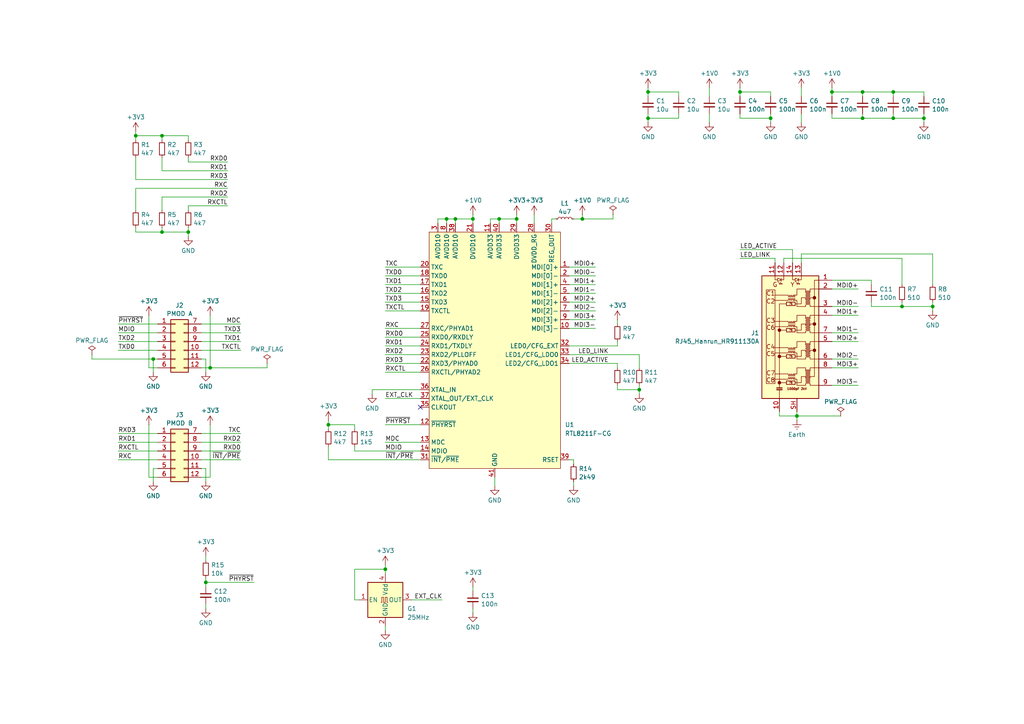
<source format=kicad_sch>
(kicad_sch
	(version 20231120)
	(generator "eeschema")
	(generator_version "8.0")
	(uuid "26e42519-9131-4e8e-bd7a-4a55637877a0")
	(paper "A4")
	
	(junction
		(at 44.45 104.14)
		(diameter 0)
		(color 0 0 0 0)
		(uuid "093fdcb9-0440-42cc-834d-ba7489be1997")
	)
	(junction
		(at 259.08 26.67)
		(diameter 0)
		(color 0 0 0 0)
		(uuid "245826f5-9255-4476-a66a-8f23bf893390")
	)
	(junction
		(at 149.86 63.5)
		(diameter 0)
		(color 0 0 0 0)
		(uuid "260553a8-1818-4580-8306-41d383f402e8")
	)
	(junction
		(at 168.91 63.5)
		(diameter 0)
		(color 0 0 0 0)
		(uuid "273b1dc8-f2c9-4b71-9f0a-4d91c05dd8f5")
	)
	(junction
		(at 111.76 165.1)
		(diameter 0)
		(color 0 0 0 0)
		(uuid "2dde0106-7d41-4840-bd79-b9715968f4c2")
	)
	(junction
		(at 267.97 34.29)
		(diameter 0)
		(color 0 0 0 0)
		(uuid "3b0888e9-2a5d-412d-9940-98bfe8e6d1e3")
	)
	(junction
		(at 95.25 123.19)
		(diameter 0)
		(color 0 0 0 0)
		(uuid "3b5af958-97b0-4893-b620-940247f794ce")
	)
	(junction
		(at 241.3 26.67)
		(diameter 0)
		(color 0 0 0 0)
		(uuid "3ca26b4b-28ab-417b-9ad9-8a0422cbe175")
	)
	(junction
		(at 46.99 39.37)
		(diameter 0)
		(color 0 0 0 0)
		(uuid "43c5ac9d-7d50-46de-bdd0-f75b92d9833a")
	)
	(junction
		(at 46.99 67.31)
		(diameter 0)
		(color 0 0 0 0)
		(uuid "4430bb7e-6241-437b-9899-1b8bc9012886")
	)
	(junction
		(at 54.61 67.31)
		(diameter 0)
		(color 0 0 0 0)
		(uuid "4b1900ab-c31d-43d1-838d-e0b51fb33433")
	)
	(junction
		(at 187.96 26.67)
		(diameter 0)
		(color 0 0 0 0)
		(uuid "4bd65eaa-08a3-467d-a17d-af674b9ad178")
	)
	(junction
		(at 59.69 168.91)
		(diameter 0)
		(color 0 0 0 0)
		(uuid "5150da72-8b21-46c2-a580-4eb23e4b75e0")
	)
	(junction
		(at 132.08 63.5)
		(diameter 0)
		(color 0 0 0 0)
		(uuid "63dd2f39-ce96-4a4d-b193-c32b4ecd0cca")
	)
	(junction
		(at 214.63 26.67)
		(diameter 0)
		(color 0 0 0 0)
		(uuid "64a57a79-7367-4ed4-8f49-fedfd6f2c671")
	)
	(junction
		(at 129.54 63.5)
		(diameter 0)
		(color 0 0 0 0)
		(uuid "65c538c8-bd1c-49a2-b1d5-c21f60a87a8a")
	)
	(junction
		(at 144.78 63.5)
		(diameter 0)
		(color 0 0 0 0)
		(uuid "72e89b5e-f8c4-49ea-b5ea-e95b725ebe36")
	)
	(junction
		(at 231.14 120.65)
		(diameter 0)
		(color 0 0 0 0)
		(uuid "7a6a4b67-38e3-4a36-ac01-feb8cf343883")
	)
	(junction
		(at 270.51 88.9)
		(diameter 0)
		(color 0 0 0 0)
		(uuid "893fd7cd-53ca-4ac4-b029-c87e71d8b64f")
	)
	(junction
		(at 250.19 34.29)
		(diameter 0)
		(color 0 0 0 0)
		(uuid "93dd85dc-51e3-494f-b120-4a2efb961c73")
	)
	(junction
		(at 60.96 106.68)
		(diameter 0)
		(color 0 0 0 0)
		(uuid "a7a5d2d5-7b43-4a73-9e24-ffc56b431f16")
	)
	(junction
		(at 250.19 26.67)
		(diameter 0)
		(color 0 0 0 0)
		(uuid "aad19070-df53-4282-a991-4c73ef5adfb9")
	)
	(junction
		(at 259.08 34.29)
		(diameter 0)
		(color 0 0 0 0)
		(uuid "aee85080-0cff-4057-8c98-a7ac788c857a")
	)
	(junction
		(at 223.52 34.29)
		(diameter 0)
		(color 0 0 0 0)
		(uuid "cc339937-6a7a-4e1f-8a7c-2aaaf3db3ab7")
	)
	(junction
		(at 137.16 63.5)
		(diameter 0)
		(color 0 0 0 0)
		(uuid "d5931a99-d77c-4ebe-be6e-57238bdab427")
	)
	(junction
		(at 187.96 34.29)
		(diameter 0)
		(color 0 0 0 0)
		(uuid "db6a6b7b-784c-42f9-b82f-c7f914a8e3e7")
	)
	(junction
		(at 185.42 113.03)
		(diameter 0)
		(color 0 0 0 0)
		(uuid "e324e229-5d1a-48b8-ade2-be5082643fc0")
	)
	(junction
		(at 39.37 39.37)
		(diameter 0)
		(color 0 0 0 0)
		(uuid "e8d05a5f-48a1-4c06-b830-d6ad37043045")
	)
	(junction
		(at 261.62 88.9)
		(diameter 0)
		(color 0 0 0 0)
		(uuid "f8b420f6-6f5b-4544-9af1-189cd4050306")
	)
	(no_connect
		(at 121.92 118.11)
		(uuid "ee215293-710b-4c1d-80a4-d58b4b9fbf63")
	)
	(wire
		(pts
			(xy 232.41 73.66) (xy 232.41 76.2)
		)
		(stroke
			(width 0)
			(type default)
		)
		(uuid "0058dcf6-1092-474b-ac33-dffd1ea45208")
	)
	(wire
		(pts
			(xy 166.37 139.7) (xy 166.37 140.97)
		)
		(stroke
			(width 0)
			(type default)
		)
		(uuid "006ec87e-432b-41b4-8371-f0c1dc13aa28")
	)
	(wire
		(pts
			(xy 161.29 63.5) (xy 160.02 63.5)
		)
		(stroke
			(width 0)
			(type default)
		)
		(uuid "00c84215-bee2-425c-85e4-61526e9b057e")
	)
	(wire
		(pts
			(xy 241.3 96.52) (xy 248.92 96.52)
		)
		(stroke
			(width 0)
			(type default)
		)
		(uuid "048d479d-55cb-4654-926b-c266b8c47b62")
	)
	(wire
		(pts
			(xy 60.96 91.44) (xy 60.96 106.68)
		)
		(stroke
			(width 0)
			(type default)
		)
		(uuid "0593db22-361d-4a52-8ef4-4d83a4120fd9")
	)
	(wire
		(pts
			(xy 111.76 82.55) (xy 121.92 82.55)
		)
		(stroke
			(width 0)
			(type default)
		)
		(uuid "06648f13-2228-4cd9-900d-c22efd8cb1bd")
	)
	(wire
		(pts
			(xy 241.3 111.76) (xy 248.92 111.76)
		)
		(stroke
			(width 0)
			(type default)
		)
		(uuid "0915613f-712c-464c-9947-9afaebaeea1f")
	)
	(wire
		(pts
			(xy 165.1 92.71) (xy 172.72 92.71)
		)
		(stroke
			(width 0)
			(type default)
		)
		(uuid "095042dd-8423-41bd-b047-1f0c7eaac277")
	)
	(wire
		(pts
			(xy 267.97 26.67) (xy 267.97 27.94)
		)
		(stroke
			(width 0)
			(type default)
		)
		(uuid "0b2e0934-bc76-4a9a-a878-07e4e18f29e1")
	)
	(wire
		(pts
			(xy 34.29 128.27) (xy 45.72 128.27)
		)
		(stroke
			(width 0)
			(type default)
		)
		(uuid "0b662750-de9d-440c-81ff-5811ba9d3eb1")
	)
	(wire
		(pts
			(xy 165.1 85.09) (xy 172.72 85.09)
		)
		(stroke
			(width 0)
			(type default)
		)
		(uuid "0d631f8b-a321-4623-9b1c-a2609169a8e9")
	)
	(wire
		(pts
			(xy 59.69 161.29) (xy 59.69 162.56)
		)
		(stroke
			(width 0)
			(type default)
		)
		(uuid "0d87efed-0b74-49d3-b653-d335e2bc68a9")
	)
	(wire
		(pts
			(xy 243.84 120.65) (xy 231.14 120.65)
		)
		(stroke
			(width 0)
			(type default)
		)
		(uuid "0dcdf37f-92f2-4067-b663-7b32e4166d6e")
	)
	(wire
		(pts
			(xy 58.42 125.73) (xy 69.85 125.73)
		)
		(stroke
			(width 0)
			(type default)
		)
		(uuid "0e7492e5-a79e-40e7-8d7f-e6a8215162e6")
	)
	(wire
		(pts
			(xy 59.69 107.95) (xy 59.69 104.14)
		)
		(stroke
			(width 0)
			(type default)
		)
		(uuid "0fb924ed-aaf3-492e-a242-a239b7706070")
	)
	(wire
		(pts
			(xy 227.33 74.93) (xy 261.62 74.93)
		)
		(stroke
			(width 0)
			(type default)
		)
		(uuid "120a67ef-0799-491b-9ba5-b754cf05e73c")
	)
	(wire
		(pts
			(xy 111.76 115.57) (xy 121.92 115.57)
		)
		(stroke
			(width 0)
			(type default)
		)
		(uuid "13e08154-45ef-4a6a-ba56-346e289d2b0d")
	)
	(wire
		(pts
			(xy 179.07 99.06) (xy 179.07 100.33)
		)
		(stroke
			(width 0)
			(type default)
		)
		(uuid "16cd08c9-67ec-4254-a6e1-2654bd92a30b")
	)
	(wire
		(pts
			(xy 111.76 80.01) (xy 121.92 80.01)
		)
		(stroke
			(width 0)
			(type default)
		)
		(uuid "170a88bf-a0c8-403e-93f7-af70f9388091")
	)
	(wire
		(pts
			(xy 34.29 93.98) (xy 45.72 93.98)
		)
		(stroke
			(width 0)
			(type default)
		)
		(uuid "188f2537-ad0d-40d2-9fae-1bf736b66b98")
	)
	(wire
		(pts
			(xy 187.96 34.29) (xy 187.96 35.56)
		)
		(stroke
			(width 0)
			(type default)
		)
		(uuid "1913faed-e4e0-425a-868c-0d37ed7cca95")
	)
	(wire
		(pts
			(xy 232.41 25.4) (xy 232.41 27.94)
		)
		(stroke
			(width 0)
			(type default)
		)
		(uuid "196b49cb-53bd-40c1-a0a7-4444068bb64c")
	)
	(wire
		(pts
			(xy 270.51 87.63) (xy 270.51 88.9)
		)
		(stroke
			(width 0)
			(type default)
		)
		(uuid "19aeecbb-71f2-4c6c-863b-9d4078446a68")
	)
	(wire
		(pts
			(xy 214.63 26.67) (xy 223.52 26.67)
		)
		(stroke
			(width 0)
			(type default)
		)
		(uuid "19bd275d-8b48-483c-89f8-97c5f8460cc7")
	)
	(wire
		(pts
			(xy 241.3 81.28) (xy 252.73 81.28)
		)
		(stroke
			(width 0)
			(type default)
		)
		(uuid "19ec5921-bbfd-419a-b087-980de76f30e9")
	)
	(wire
		(pts
			(xy 267.97 34.29) (xy 259.08 34.29)
		)
		(stroke
			(width 0)
			(type default)
		)
		(uuid "1aebba00-6b7d-4ad0-8e79-aac4d1cd5971")
	)
	(wire
		(pts
			(xy 127 63.5) (xy 127 64.77)
		)
		(stroke
			(width 0)
			(type default)
		)
		(uuid "1db6c992-44f5-4ba7-b9aa-a838d58f940f")
	)
	(wire
		(pts
			(xy 250.19 26.67) (xy 259.08 26.67)
		)
		(stroke
			(width 0)
			(type default)
		)
		(uuid "1eaf28dd-5270-4622-8349-b0a036b54c20")
	)
	(wire
		(pts
			(xy 39.37 38.1) (xy 39.37 39.37)
		)
		(stroke
			(width 0)
			(type default)
		)
		(uuid "1f320d5b-7bb3-49bb-b98a-46fa3fe44a53")
	)
	(wire
		(pts
			(xy 58.42 101.6) (xy 69.85 101.6)
		)
		(stroke
			(width 0)
			(type default)
		)
		(uuid "1f447ab8-6849-4558-88c2-e9f589e479f7")
	)
	(wire
		(pts
			(xy 144.78 63.5) (xy 149.86 63.5)
		)
		(stroke
			(width 0)
			(type default)
		)
		(uuid "2049f156-8a7d-4165-9073-0445a180af00")
	)
	(wire
		(pts
			(xy 165.1 87.63) (xy 172.72 87.63)
		)
		(stroke
			(width 0)
			(type default)
		)
		(uuid "222ba649-07f0-4a8f-971b-c879e2fcb596")
	)
	(wire
		(pts
			(xy 261.62 88.9) (xy 261.62 87.63)
		)
		(stroke
			(width 0)
			(type default)
		)
		(uuid "2240732a-23b0-4bc1-914d-5b82872a7665")
	)
	(wire
		(pts
			(xy 59.69 167.64) (xy 59.69 168.91)
		)
		(stroke
			(width 0)
			(type default)
		)
		(uuid "22ccb45f-7bf5-4438-b9aa-20c34a7415fb")
	)
	(wire
		(pts
			(xy 137.16 170.18) (xy 137.16 171.45)
		)
		(stroke
			(width 0)
			(type default)
		)
		(uuid "22d78c96-cfdd-4ce0-b102-0b539aa51a84")
	)
	(wire
		(pts
			(xy 60.96 138.43) (xy 58.42 138.43)
		)
		(stroke
			(width 0)
			(type default)
		)
		(uuid "23e48994-4bcc-4752-ad57-0bf9cc0f961c")
	)
	(wire
		(pts
			(xy 46.99 49.53) (xy 66.04 49.53)
		)
		(stroke
			(width 0)
			(type default)
		)
		(uuid "23f5c5da-8134-4b09-b2ec-c102736e1659")
	)
	(wire
		(pts
			(xy 185.42 113.03) (xy 185.42 114.3)
		)
		(stroke
			(width 0)
			(type default)
		)
		(uuid "240d014e-0546-4b14-abfe-f177fd89a6db")
	)
	(wire
		(pts
			(xy 39.37 66.04) (xy 39.37 67.31)
		)
		(stroke
			(width 0)
			(type default)
		)
		(uuid "24406218-f75a-49d4-b12d-9db41e3b912e")
	)
	(wire
		(pts
			(xy 111.76 85.09) (xy 121.92 85.09)
		)
		(stroke
			(width 0)
			(type default)
		)
		(uuid "2543a158-31b3-4d53-b7bb-f9f6ac44b63a")
	)
	(wire
		(pts
			(xy 187.96 26.67) (xy 187.96 27.94)
		)
		(stroke
			(width 0)
			(type default)
		)
		(uuid "25492fcd-6c99-4598-8ef7-5d32f0847bca")
	)
	(wire
		(pts
			(xy 119.38 173.99) (xy 128.27 173.99)
		)
		(stroke
			(width 0)
			(type default)
		)
		(uuid "2599b6b7-4a10-436e-9d54-68223ad95fa5")
	)
	(wire
		(pts
			(xy 214.63 25.4) (xy 214.63 26.67)
		)
		(stroke
			(width 0)
			(type default)
		)
		(uuid "25d838e8-d54b-4844-9df9-81e7949a2e67")
	)
	(wire
		(pts
			(xy 241.3 25.4) (xy 241.3 26.67)
		)
		(stroke
			(width 0)
			(type default)
		)
		(uuid "29c1f795-98bf-4472-86c2-691ba3123cf1")
	)
	(wire
		(pts
			(xy 66.04 59.69) (xy 54.61 59.69)
		)
		(stroke
			(width 0)
			(type default)
		)
		(uuid "30df8ffd-75f0-4b0a-9084-4a6d317b7fcf")
	)
	(wire
		(pts
			(xy 66.04 54.61) (xy 39.37 54.61)
		)
		(stroke
			(width 0)
			(type default)
		)
		(uuid "31b5e561-60df-4507-ba8a-7564307fa33b")
	)
	(wire
		(pts
			(xy 270.51 88.9) (xy 270.51 90.17)
		)
		(stroke
			(width 0)
			(type default)
		)
		(uuid "32d5dd98-d413-4ff8-ad14-a0e169223a58")
	)
	(wire
		(pts
			(xy 259.08 33.02) (xy 259.08 34.29)
		)
		(stroke
			(width 0)
			(type default)
		)
		(uuid "32f6c245-155c-469a-b407-66c7dc87897c")
	)
	(wire
		(pts
			(xy 179.07 92.71) (xy 179.07 93.98)
		)
		(stroke
			(width 0)
			(type default)
		)
		(uuid "35e240d2-1735-425f-adec-4c19b44792f4")
	)
	(wire
		(pts
			(xy 46.99 45.72) (xy 46.99 49.53)
		)
		(stroke
			(width 0)
			(type default)
		)
		(uuid "367c841b-9e23-4535-a18e-317389954161")
	)
	(wire
		(pts
			(xy 34.29 130.81) (xy 45.72 130.81)
		)
		(stroke
			(width 0)
			(type default)
		)
		(uuid "382bd403-c0c4-4ef0-94e5-1d19eef582a0")
	)
	(wire
		(pts
			(xy 111.76 102.87) (xy 121.92 102.87)
		)
		(stroke
			(width 0)
			(type default)
		)
		(uuid "38cda1d7-f5e3-4230-a6e9-52e8ba746509")
	)
	(wire
		(pts
			(xy 149.86 62.23) (xy 149.86 63.5)
		)
		(stroke
			(width 0)
			(type default)
		)
		(uuid "39004a53-7824-4503-ab32-ff5ac0b95c86")
	)
	(wire
		(pts
			(xy 223.52 26.67) (xy 223.52 27.94)
		)
		(stroke
			(width 0)
			(type default)
		)
		(uuid "3ba90e4b-2e45-41c2-b84b-e84141cf69a9")
	)
	(wire
		(pts
			(xy 241.3 83.82) (xy 248.92 83.82)
		)
		(stroke
			(width 0)
			(type default)
		)
		(uuid "3e0b5545-d163-473d-8be4-d6dc5ba9a8b6")
	)
	(wire
		(pts
			(xy 111.76 128.27) (xy 121.92 128.27)
		)
		(stroke
			(width 0)
			(type default)
		)
		(uuid "3e41110a-34f9-411c-b862-1aed175c802d")
	)
	(wire
		(pts
			(xy 34.29 99.06) (xy 45.72 99.06)
		)
		(stroke
			(width 0)
			(type default)
		)
		(uuid "401cfe4d-6a72-4865-a894-1ec8b73b937a")
	)
	(wire
		(pts
			(xy 165.1 80.01) (xy 172.72 80.01)
		)
		(stroke
			(width 0)
			(type default)
		)
		(uuid "409637d9-2d1a-4f92-bed0-9797dfea3e23")
	)
	(wire
		(pts
			(xy 59.69 104.14) (xy 58.42 104.14)
		)
		(stroke
			(width 0)
			(type default)
		)
		(uuid "4102340d-0070-4158-adbf-4b3826857c05")
	)
	(wire
		(pts
			(xy 95.25 123.19) (xy 102.87 123.19)
		)
		(stroke
			(width 0)
			(type default)
		)
		(uuid "4328be91-0366-4063-a767-382528736555")
	)
	(wire
		(pts
			(xy 46.99 39.37) (xy 46.99 40.64)
		)
		(stroke
			(width 0)
			(type default)
		)
		(uuid "434e7e3c-f137-49cb-8426-2ddef9ee6fb7")
	)
	(wire
		(pts
			(xy 102.87 129.54) (xy 102.87 130.81)
		)
		(stroke
			(width 0)
			(type default)
		)
		(uuid "44caa0cf-4842-43e6-b995-6d146748dffb")
	)
	(wire
		(pts
			(xy 229.87 72.39) (xy 229.87 76.2)
		)
		(stroke
			(width 0)
			(type default)
		)
		(uuid "46576fbf-91ac-437d-b3a4-e66e94f02fff")
	)
	(wire
		(pts
			(xy 214.63 34.29) (xy 214.63 33.02)
		)
		(stroke
			(width 0)
			(type default)
		)
		(uuid "475ae376-9481-4669-98a8-55be8c5c1958")
	)
	(wire
		(pts
			(xy 46.99 67.31) (xy 54.61 67.31)
		)
		(stroke
			(width 0)
			(type default)
		)
		(uuid "4817cec3-4260-4830-9b8b-bf304c51465a")
	)
	(wire
		(pts
			(xy 54.61 67.31) (xy 54.61 68.58)
		)
		(stroke
			(width 0)
			(type default)
		)
		(uuid "4a60142b-d000-4561-bba9-66b529d74e05")
	)
	(wire
		(pts
			(xy 187.96 25.4) (xy 187.96 26.67)
		)
		(stroke
			(width 0)
			(type default)
		)
		(uuid "4bf3cee8-3ae7-4da2-94f9-8c24ac693d89")
	)
	(wire
		(pts
			(xy 44.45 107.95) (xy 44.45 104.14)
		)
		(stroke
			(width 0)
			(type default)
		)
		(uuid "4c785279-82f3-4d21-98bd-ee2e834f133b")
	)
	(wire
		(pts
			(xy 252.73 88.9) (xy 261.62 88.9)
		)
		(stroke
			(width 0)
			(type default)
		)
		(uuid "4c78c6eb-c0f2-41e2-97bc-af0fc3aeb5f0")
	)
	(wire
		(pts
			(xy 267.97 33.02) (xy 267.97 34.29)
		)
		(stroke
			(width 0)
			(type default)
		)
		(uuid "4d0e294a-6e88-4c44-b622-d18b039abc0c")
	)
	(wire
		(pts
			(xy 179.07 105.41) (xy 179.07 106.68)
		)
		(stroke
			(width 0)
			(type default)
		)
		(uuid "540a8622-f613-4f3c-8b96-f127d872e3c4")
	)
	(wire
		(pts
			(xy 185.42 102.87) (xy 185.42 106.68)
		)
		(stroke
			(width 0)
			(type default)
		)
		(uuid "582f4b57-c7e7-40a6-8dee-7a1405b57b02")
	)
	(wire
		(pts
			(xy 232.41 33.02) (xy 232.41 35.56)
		)
		(stroke
			(width 0)
			(type default)
		)
		(uuid "596ea1b8-8516-43ff-9ecc-0799d4a338e6")
	)
	(wire
		(pts
			(xy 137.16 176.53) (xy 137.16 177.8)
		)
		(stroke
			(width 0)
			(type default)
		)
		(uuid "5c23cbf4-e65a-4be0-8f5a-9cdf335401b6")
	)
	(wire
		(pts
			(xy 34.29 125.73) (xy 45.72 125.73)
		)
		(stroke
			(width 0)
			(type default)
		)
		(uuid "5d411d50-69a2-42d1-8fd4-7138baf4a2e0")
	)
	(wire
		(pts
			(xy 205.74 25.4) (xy 205.74 27.94)
		)
		(stroke
			(width 0)
			(type default)
		)
		(uuid "5df58762-6da8-4844-bca1-2cb273fdf88b")
	)
	(wire
		(pts
			(xy 43.18 138.43) (xy 45.72 138.43)
		)
		(stroke
			(width 0)
			(type default)
		)
		(uuid "5e77b13d-4d4c-441f-9d0c-cb27f8ef04dc")
	)
	(wire
		(pts
			(xy 102.87 173.99) (xy 102.87 165.1)
		)
		(stroke
			(width 0)
			(type default)
		)
		(uuid "5eab996a-260b-4261-87ed-db48726061a4")
	)
	(wire
		(pts
			(xy 54.61 46.99) (xy 66.04 46.99)
		)
		(stroke
			(width 0)
			(type default)
		)
		(uuid "626667a3-85d0-4c0c-94bc-09a5549d6b52")
	)
	(wire
		(pts
			(xy 77.47 106.68) (xy 60.96 106.68)
		)
		(stroke
			(width 0)
			(type default)
		)
		(uuid "630bd089-0aab-46e0-acd3-e7555a257b6c")
	)
	(wire
		(pts
			(xy 39.37 45.72) (xy 39.37 52.07)
		)
		(stroke
			(width 0)
			(type default)
		)
		(uuid "63109c68-578d-4fcc-a19a-9c0c0f885d4d")
	)
	(wire
		(pts
			(xy 177.8 62.23) (xy 177.8 63.5)
		)
		(stroke
			(width 0)
			(type default)
		)
		(uuid "63506f47-27fe-4861-b30c-564ffb7b0e49")
	)
	(wire
		(pts
			(xy 149.86 63.5) (xy 149.86 64.77)
		)
		(stroke
			(width 0)
			(type default)
		)
		(uuid "652c79e1-9862-46d3-add6-ab6cd10167c3")
	)
	(wire
		(pts
			(xy 26.67 102.87) (xy 26.67 104.14)
		)
		(stroke
			(width 0)
			(type default)
		)
		(uuid "6579c3f1-7240-4e4a-a8d6-8a3b0511d2b0")
	)
	(wire
		(pts
			(xy 111.76 100.33) (xy 121.92 100.33)
		)
		(stroke
			(width 0)
			(type default)
		)
		(uuid "662390f9-04e8-4690-9264-d7dc83283eb8")
	)
	(wire
		(pts
			(xy 231.14 119.38) (xy 231.14 120.65)
		)
		(stroke
			(width 0)
			(type default)
		)
		(uuid "66d3c1e2-1f44-4992-8e4e-4469c8d8cca4")
	)
	(wire
		(pts
			(xy 241.3 34.29) (xy 241.3 33.02)
		)
		(stroke
			(width 0)
			(type default)
		)
		(uuid "672b74da-0ab1-4a9c-8d9e-94df3c294957")
	)
	(wire
		(pts
			(xy 160.02 63.5) (xy 160.02 64.77)
		)
		(stroke
			(width 0)
			(type default)
		)
		(uuid "67957e69-9640-4344-9141-0056bc2a5d0f")
	)
	(wire
		(pts
			(xy 165.1 95.25) (xy 172.72 95.25)
		)
		(stroke
			(width 0)
			(type default)
		)
		(uuid "679d0bc8-85fc-48cd-afd0-f099ce0b6d80")
	)
	(wire
		(pts
			(xy 267.97 35.56) (xy 267.97 34.29)
		)
		(stroke
			(width 0)
			(type default)
		)
		(uuid "692ade22-ecf0-42bf-928d-6b7a0fa34303")
	)
	(wire
		(pts
			(xy 185.42 111.76) (xy 185.42 113.03)
		)
		(stroke
			(width 0)
			(type default)
		)
		(uuid "697ecb98-a6c5-47d3-8b30-69caf56f8ec7")
	)
	(wire
		(pts
			(xy 250.19 26.67) (xy 250.19 27.94)
		)
		(stroke
			(width 0)
			(type default)
		)
		(uuid "69874b5a-18ad-4f9a-9b9b-e1805a04ce70")
	)
	(wire
		(pts
			(xy 259.08 26.67) (xy 267.97 26.67)
		)
		(stroke
			(width 0)
			(type default)
		)
		(uuid "69e31639-2d01-4927-a9a5-76c0700b3585")
	)
	(wire
		(pts
			(xy 95.25 121.92) (xy 95.25 123.19)
		)
		(stroke
			(width 0)
			(type default)
		)
		(uuid "6a34deb7-a597-475e-9f6d-b4133673e6fa")
	)
	(wire
		(pts
			(xy 59.69 135.89) (xy 58.42 135.89)
		)
		(stroke
			(width 0)
			(type default)
		)
		(uuid "6c3cddef-7938-4b82-9c1f-9f71c3902a4b")
	)
	(wire
		(pts
			(xy 58.42 96.52) (xy 69.85 96.52)
		)
		(stroke
			(width 0)
			(type default)
		)
		(uuid "6d118dae-5d69-4999-8530-e053f49756ad")
	)
	(wire
		(pts
			(xy 241.3 26.67) (xy 241.3 27.94)
		)
		(stroke
			(width 0)
			(type default)
		)
		(uuid "6dc8cc17-6bb8-48fc-9d7f-adc74540606a")
	)
	(wire
		(pts
			(xy 43.18 91.44) (xy 43.18 106.68)
		)
		(stroke
			(width 0)
			(type default)
		)
		(uuid "6fea3595-6038-4d9e-91a1-b36cb13e50e3")
	)
	(wire
		(pts
			(xy 241.3 104.14) (xy 248.92 104.14)
		)
		(stroke
			(width 0)
			(type default)
		)
		(uuid "71076234-9483-4f01-885e-81b612eaef64")
	)
	(wire
		(pts
			(xy 252.73 87.63) (xy 252.73 88.9)
		)
		(stroke
			(width 0)
			(type default)
		)
		(uuid "72c49848-d8cd-457d-8795-77d69c29d545")
	)
	(wire
		(pts
			(xy 58.42 128.27) (xy 69.85 128.27)
		)
		(stroke
			(width 0)
			(type default)
		)
		(uuid "7341e19e-172b-44a4-a5bd-1cc650c80ac0")
	)
	(wire
		(pts
			(xy 224.79 74.93) (xy 224.79 76.2)
		)
		(stroke
			(width 0)
			(type default)
		)
		(uuid "745a7507-0159-4046-96ef-cfff42ec4669")
	)
	(wire
		(pts
			(xy 111.76 95.25) (xy 121.92 95.25)
		)
		(stroke
			(width 0)
			(type default)
		)
		(uuid "74fee5e6-0520-485a-bc0a-82fc4ad5fd4d")
	)
	(wire
		(pts
			(xy 95.25 123.19) (xy 95.25 124.46)
		)
		(stroke
			(width 0)
			(type default)
		)
		(uuid "75b9ead7-fb2b-4ac0-8c36-3a203cec5aa3")
	)
	(wire
		(pts
			(xy 214.63 72.39) (xy 229.87 72.39)
		)
		(stroke
			(width 0)
			(type default)
		)
		(uuid "77ad5313-47ab-49f2-827d-1e03613704ad")
	)
	(wire
		(pts
			(xy 165.1 90.17) (xy 172.72 90.17)
		)
		(stroke
			(width 0)
			(type default)
		)
		(uuid "78af49ed-2f53-4a1a-9893-373b40cd77c0")
	)
	(wire
		(pts
			(xy 259.08 34.29) (xy 250.19 34.29)
		)
		(stroke
			(width 0)
			(type default)
		)
		(uuid "79b0660a-1aff-4df2-9011-386aa86ab0f3")
	)
	(wire
		(pts
			(xy 111.76 77.47) (xy 121.92 77.47)
		)
		(stroke
			(width 0)
			(type default)
		)
		(uuid "7c7c45af-20d3-48be-a77e-f10e16ccd548")
	)
	(wire
		(pts
			(xy 205.74 33.02) (xy 205.74 35.56)
		)
		(stroke
			(width 0)
			(type default)
		)
		(uuid "7f455835-3a42-44b1-bc36-d347c37ad53b")
	)
	(wire
		(pts
			(xy 166.37 63.5) (xy 168.91 63.5)
		)
		(stroke
			(width 0)
			(type default)
		)
		(uuid "7fa895bf-7fe9-4439-8727-1be41b9a9935")
	)
	(wire
		(pts
			(xy 177.8 63.5) (xy 168.91 63.5)
		)
		(stroke
			(width 0)
			(type default)
		)
		(uuid "826ec348-7bff-4b8b-b7bb-851b6ffe24ec")
	)
	(wire
		(pts
			(xy 107.95 114.3) (xy 107.95 113.03)
		)
		(stroke
			(width 0)
			(type default)
		)
		(uuid "82ba8a1f-3d3e-4e57-a25d-b218465c99be")
	)
	(wire
		(pts
			(xy 60.96 123.19) (xy 60.96 138.43)
		)
		(stroke
			(width 0)
			(type default)
		)
		(uuid "84ce0c52-b13b-482e-a2e9-8602e9bb5ae7")
	)
	(wire
		(pts
			(xy 102.87 130.81) (xy 121.92 130.81)
		)
		(stroke
			(width 0)
			(type default)
		)
		(uuid "84dea52b-4ee0-4153-b4af-4b3c563fb3df")
	)
	(wire
		(pts
			(xy 165.1 82.55) (xy 172.72 82.55)
		)
		(stroke
			(width 0)
			(type default)
		)
		(uuid "8841da43-f240-434c-ac2f-f17bcb6fc5ed")
	)
	(wire
		(pts
			(xy 111.76 105.41) (xy 121.92 105.41)
		)
		(stroke
			(width 0)
			(type default)
		)
		(uuid "89990437-4cfc-4321-b9a7-213df268ba42")
	)
	(wire
		(pts
			(xy 111.76 107.95) (xy 121.92 107.95)
		)
		(stroke
			(width 0)
			(type default)
		)
		(uuid "8ab56d5d-4e34-427d-a026-15347268ce1b")
	)
	(wire
		(pts
			(xy 187.96 33.02) (xy 187.96 34.29)
		)
		(stroke
			(width 0)
			(type default)
		)
		(uuid "8b99c3c8-9bd4-44e7-aa92-898027d61464")
	)
	(wire
		(pts
			(xy 34.29 133.35) (xy 45.72 133.35)
		)
		(stroke
			(width 0)
			(type default)
		)
		(uuid "8c6d523a-3fb5-4187-8bb1-36a45024623b")
	)
	(wire
		(pts
			(xy 34.29 96.52) (xy 45.72 96.52)
		)
		(stroke
			(width 0)
			(type default)
		)
		(uuid "8cde1df6-f067-4943-a80c-79aa4f258da6")
	)
	(wire
		(pts
			(xy 187.96 26.67) (xy 196.85 26.67)
		)
		(stroke
			(width 0)
			(type default)
		)
		(uuid "8fed9240-cb73-42d8-bee0-ac012b15103f")
	)
	(wire
		(pts
			(xy 58.42 93.98) (xy 69.85 93.98)
		)
		(stroke
			(width 0)
			(type default)
		)
		(uuid "90a2248b-d39b-4881-be4a-670787ee2836")
	)
	(wire
		(pts
			(xy 179.07 113.03) (xy 185.42 113.03)
		)
		(stroke
			(width 0)
			(type default)
		)
		(uuid "9221ae33-2dd3-4d70-b947-cecccd2f890d")
	)
	(wire
		(pts
			(xy 43.18 123.19) (xy 43.18 138.43)
		)
		(stroke
			(width 0)
			(type default)
		)
		(uuid "94b06be1-f3e5-4868-b98f-0f551e5253f9")
	)
	(wire
		(pts
			(xy 102.87 165.1) (xy 111.76 165.1)
		)
		(stroke
			(width 0)
			(type default)
		)
		(uuid "95040d4b-8649-40dc-98a0-5ab58759a96c")
	)
	(wire
		(pts
			(xy 270.51 73.66) (xy 270.51 82.55)
		)
		(stroke
			(width 0)
			(type default)
		)
		(uuid "964f3ea6-8f53-435c-9b0f-c9fe3da2e180")
	)
	(wire
		(pts
			(xy 259.08 26.67) (xy 259.08 27.94)
		)
		(stroke
			(width 0)
			(type default)
		)
		(uuid "96e8c57f-da60-421e-8822-68960d6ed22a")
	)
	(wire
		(pts
			(xy 58.42 130.81) (xy 69.85 130.81)
		)
		(stroke
			(width 0)
			(type default)
		)
		(uuid "971a8985-fea4-4d32-ae1c-c49bf5665d7b")
	)
	(wire
		(pts
			(xy 165.1 102.87) (xy 185.42 102.87)
		)
		(stroke
			(width 0)
			(type default)
		)
		(uuid "971e7ce2-476e-4ad7-b1dc-6d063bebb874")
	)
	(wire
		(pts
			(xy 231.14 120.65) (xy 231.14 121.92)
		)
		(stroke
			(width 0)
			(type default)
		)
		(uuid "9bca8bc3-6c2a-4cc0-b26d-0a27e62b4273")
	)
	(wire
		(pts
			(xy 111.76 163.83) (xy 111.76 165.1)
		)
		(stroke
			(width 0)
			(type default)
		)
		(uuid "9e5d2f11-7f32-454b-9ec5-898826b3cbb3")
	)
	(wire
		(pts
			(xy 46.99 66.04) (xy 46.99 67.31)
		)
		(stroke
			(width 0)
			(type default)
		)
		(uuid "9ff52274-eaef-4e30-ae59-e7661be5a3b6")
	)
	(wire
		(pts
			(xy 227.33 74.93) (xy 227.33 76.2)
		)
		(stroke
			(width 0)
			(type default)
		)
		(uuid "a04576ff-912f-4bdb-94dc-4bb383749731")
	)
	(wire
		(pts
			(xy 59.69 175.26) (xy 59.69 176.53)
		)
		(stroke
			(width 0)
			(type default)
		)
		(uuid "a0474b8e-d363-4b61-8a43-ba7b49170bd7")
	)
	(wire
		(pts
			(xy 95.25 129.54) (xy 95.25 133.35)
		)
		(stroke
			(width 0)
			(type default)
		)
		(uuid "a0b3c390-c892-41e6-b425-cf9fe66c76a4")
	)
	(wire
		(pts
			(xy 142.24 63.5) (xy 144.78 63.5)
		)
		(stroke
			(width 0)
			(type default)
		)
		(uuid "a0e0e93a-bd5f-42c3-bf63-1265d04f5437")
	)
	(wire
		(pts
			(xy 44.45 104.14) (xy 45.72 104.14)
		)
		(stroke
			(width 0)
			(type default)
		)
		(uuid "a1f57c01-f3dc-4bf6-82b4-fb9be1cb87d1")
	)
	(wire
		(pts
			(xy 241.3 91.44) (xy 248.92 91.44)
		)
		(stroke
			(width 0)
			(type default)
		)
		(uuid "a4a0e3f3-3b21-4de7-a561-0ec50aac17ab")
	)
	(wire
		(pts
			(xy 241.3 99.06) (xy 248.92 99.06)
		)
		(stroke
			(width 0)
			(type default)
		)
		(uuid "a4b5c59a-0b1f-4db9-a07f-3ec0b76b5d27")
	)
	(wire
		(pts
			(xy 39.37 67.31) (xy 46.99 67.31)
		)
		(stroke
			(width 0)
			(type default)
		)
		(uuid "a56c9b29-de62-4529-9992-7f4bb101f35c")
	)
	(wire
		(pts
			(xy 104.14 173.99) (xy 102.87 173.99)
		)
		(stroke
			(width 0)
			(type default)
		)
		(uuid "a7a7c9fe-cb12-4805-98f1-3458c31c8074")
	)
	(wire
		(pts
			(xy 252.73 81.28) (xy 252.73 82.55)
		)
		(stroke
			(width 0)
			(type default)
		)
		(uuid "a8c83f9e-50fe-46ba-ac38-b79f574c2aea")
	)
	(wire
		(pts
			(xy 129.54 63.5) (xy 129.54 64.77)
		)
		(stroke
			(width 0)
			(type default)
		)
		(uuid "a9d825d0-0c5f-4ec3-a487-28755b8272c5")
	)
	(wire
		(pts
			(xy 270.51 88.9) (xy 261.62 88.9)
		)
		(stroke
			(width 0)
			(type default)
		)
		(uuid "a9df651e-436b-4b31-a8e1-94cac16516be")
	)
	(wire
		(pts
			(xy 59.69 168.91) (xy 59.69 170.18)
		)
		(stroke
			(width 0)
			(type default)
		)
		(uuid "ab1eedb1-d635-42fb-9b3c-07bc1447329d")
	)
	(wire
		(pts
			(xy 142.24 64.77) (xy 142.24 63.5)
		)
		(stroke
			(width 0)
			(type default)
		)
		(uuid "ab99dadb-bc1e-4d8d-bbbc-f10f18f373fc")
	)
	(wire
		(pts
			(xy 196.85 26.67) (xy 196.85 27.94)
		)
		(stroke
			(width 0)
			(type default)
		)
		(uuid "abc98386-97fb-49c3-987b-ba34b417b351")
	)
	(wire
		(pts
			(xy 129.54 63.5) (xy 127 63.5)
		)
		(stroke
			(width 0)
			(type default)
		)
		(uuid "ad6bdeec-cff6-45e4-ad44-dcc09253b0c6")
	)
	(wire
		(pts
			(xy 46.99 57.15) (xy 46.99 60.96)
		)
		(stroke
			(width 0)
			(type default)
		)
		(uuid "af6cc405-1ac0-4562-8d7c-d00c950d6c1e")
	)
	(wire
		(pts
			(xy 77.47 105.41) (xy 77.47 106.68)
		)
		(stroke
			(width 0)
			(type default)
		)
		(uuid "afab5369-8f4f-4265-9fb8-029bb502e2b5")
	)
	(wire
		(pts
			(xy 54.61 39.37) (xy 54.61 40.64)
		)
		(stroke
			(width 0)
			(type default)
		)
		(uuid "b1dabbb5-8078-4a27-96a7-a8954571e489")
	)
	(wire
		(pts
			(xy 241.3 106.68) (xy 248.92 106.68)
		)
		(stroke
			(width 0)
			(type default)
		)
		(uuid "b46cd233-7c75-42ff-8dc8-240143a604c1")
	)
	(wire
		(pts
			(xy 111.76 90.17) (xy 121.92 90.17)
		)
		(stroke
			(width 0)
			(type default)
		)
		(uuid "b5758482-f4f4-478d-8407-66bcadf1ac4c")
	)
	(wire
		(pts
			(xy 111.76 165.1) (xy 111.76 166.37)
		)
		(stroke
			(width 0)
			(type default)
		)
		(uuid "b6aa9080-7d2b-4118-8cd4-3530241c294b")
	)
	(wire
		(pts
			(xy 214.63 74.93) (xy 224.79 74.93)
		)
		(stroke
			(width 0)
			(type default)
		)
		(uuid "b6c173eb-88d6-4a32-b190-f107c0d85f45")
	)
	(wire
		(pts
			(xy 107.95 113.03) (xy 121.92 113.03)
		)
		(stroke
			(width 0)
			(type default)
		)
		(uuid "b809e456-9074-4575-b34e-7edd85d9eabd")
	)
	(wire
		(pts
			(xy 154.94 62.23) (xy 154.94 64.77)
		)
		(stroke
			(width 0)
			(type default)
		)
		(uuid "b8cb046a-f0dc-473b-8553-75353bf107da")
	)
	(wire
		(pts
			(xy 143.51 138.43) (xy 143.51 140.97)
		)
		(stroke
			(width 0)
			(type default)
		)
		(uuid "b9568a5f-8423-4f16-b37c-a93c45856d2c")
	)
	(wire
		(pts
			(xy 231.14 120.65) (xy 226.06 120.65)
		)
		(stroke
			(width 0)
			(type default)
		)
		(uuid "ba310bdb-1439-4041-8489-3074c2694c92")
	)
	(wire
		(pts
			(xy 132.08 63.5) (xy 129.54 63.5)
		)
		(stroke
			(width 0)
			(type default)
		)
		(uuid "ba9d922b-627f-4505-9397-94dd735dbaad")
	)
	(wire
		(pts
			(xy 132.08 63.5) (xy 132.08 64.77)
		)
		(stroke
			(width 0)
			(type default)
		)
		(uuid "bda67a33-fe8d-4b20-8208-fdd0ee050786")
	)
	(wire
		(pts
			(xy 95.25 133.35) (xy 121.92 133.35)
		)
		(stroke
			(width 0)
			(type default)
		)
		(uuid "be27136d-19c7-483c-bd19-ab473e8d3a16")
	)
	(wire
		(pts
			(xy 165.1 133.35) (xy 166.37 133.35)
		)
		(stroke
			(width 0)
			(type default)
		)
		(uuid "c0589953-e363-4190-9b11-ca70a85fdf8b")
	)
	(wire
		(pts
			(xy 137.16 63.5) (xy 137.16 64.77)
		)
		(stroke
			(width 0)
			(type default)
		)
		(uuid "c2e8d313-1fdf-46a0-8ba5-3485779ac8ac")
	)
	(wire
		(pts
			(xy 250.19 33.02) (xy 250.19 34.29)
		)
		(stroke
			(width 0)
			(type default)
		)
		(uuid "c30dc2f0-8967-4d16-9cff-45e46a898e77")
	)
	(wire
		(pts
			(xy 223.52 34.29) (xy 214.63 34.29)
		)
		(stroke
			(width 0)
			(type default)
		)
		(uuid "c607d1cb-2a60-4dc3-8cb5-c710305360c8")
	)
	(wire
		(pts
			(xy 54.61 39.37) (xy 46.99 39.37)
		)
		(stroke
			(width 0)
			(type default)
		)
		(uuid "c60ca47a-caa2-43c9-b6e1-53596505c8b7")
	)
	(wire
		(pts
			(xy 58.42 133.35) (xy 69.85 133.35)
		)
		(stroke
			(width 0)
			(type default)
		)
		(uuid "c785a5aa-0a52-4912-9dbf-fa1a429c5aa7")
	)
	(wire
		(pts
			(xy 39.37 54.61) (xy 39.37 60.96)
		)
		(stroke
			(width 0)
			(type default)
		)
		(uuid "c8170da2-88aa-44ed-bcbf-c988a762ab10")
	)
	(wire
		(pts
			(xy 66.04 57.15) (xy 46.99 57.15)
		)
		(stroke
			(width 0)
			(type default)
		)
		(uuid "c8786cc9-a8d4-4a9e-b3f8-ae49fb82723b")
	)
	(wire
		(pts
			(xy 111.76 97.79) (xy 121.92 97.79)
		)
		(stroke
			(width 0)
			(type default)
		)
		(uuid "c90f99f0-c776-4fa1-9390-c04e2f338062")
	)
	(wire
		(pts
			(xy 165.1 77.47) (xy 172.72 77.47)
		)
		(stroke
			(width 0)
			(type default)
		)
		(uuid "c935865f-0f57-4032-b00c-f18eec2266fe")
	)
	(wire
		(pts
			(xy 144.78 63.5) (xy 144.78 64.77)
		)
		(stroke
			(width 0)
			(type default)
		)
		(uuid "ca40c9b5-ce39-45b6-96d6-0efb21747919")
	)
	(wire
		(pts
			(xy 39.37 39.37) (xy 46.99 39.37)
		)
		(stroke
			(width 0)
			(type default)
		)
		(uuid "cacc1dc2-6b69-4a65-8419-93ad2f6f9e2e")
	)
	(wire
		(pts
			(xy 214.63 26.67) (xy 214.63 27.94)
		)
		(stroke
			(width 0)
			(type default)
		)
		(uuid "cb6d6677-ef3b-4aa0-943e-17512e2d2584")
	)
	(wire
		(pts
			(xy 232.41 73.66) (xy 270.51 73.66)
		)
		(stroke
			(width 0)
			(type default)
		)
		(uuid "cc9931b2-3514-423d-95f4-2c903fdafd2f")
	)
	(wire
		(pts
			(xy 44.45 139.7) (xy 44.45 135.89)
		)
		(stroke
			(width 0)
			(type default)
		)
		(uuid "cd18b196-ca93-44f5-ab5e-194bfab04cb0")
	)
	(wire
		(pts
			(xy 34.29 101.6) (xy 45.72 101.6)
		)
		(stroke
			(width 0)
			(type default)
		)
		(uuid "cf2eaafe-85e6-4e6a-abe1-69afc501ed11")
	)
	(wire
		(pts
			(xy 168.91 62.23) (xy 168.91 63.5)
		)
		(stroke
			(width 0)
			(type default)
		)
		(uuid "d0e5267d-8346-4936-924a-27a23c25215e")
	)
	(wire
		(pts
			(xy 54.61 45.72) (xy 54.61 46.99)
		)
		(stroke
			(width 0)
			(type default)
		)
		(uuid "d157a292-a0e0-4927-8b8f-d38658e7012f")
	)
	(wire
		(pts
			(xy 137.16 62.23) (xy 137.16 63.5)
		)
		(stroke
			(width 0)
			(type default)
		)
		(uuid "d433d53d-c566-4a0d-8f09-1a0e37c79e0e")
	)
	(wire
		(pts
			(xy 54.61 59.69) (xy 54.61 60.96)
		)
		(stroke
			(width 0)
			(type default)
		)
		(uuid "d864a03e-7a63-4f4c-989b-7d85f459670d")
	)
	(wire
		(pts
			(xy 60.96 106.68) (xy 58.42 106.68)
		)
		(stroke
			(width 0)
			(type default)
		)
		(uuid "da3f2d8e-a623-4f03-aa3b-4e5a323b934d")
	)
	(wire
		(pts
			(xy 111.76 181.61) (xy 111.76 182.88)
		)
		(stroke
			(width 0)
			(type default)
		)
		(uuid "da8c4dc5-f63a-4a4d-8de0-f9bea2221e22")
	)
	(wire
		(pts
			(xy 241.3 26.67) (xy 250.19 26.67)
		)
		(stroke
			(width 0)
			(type default)
		)
		(uuid "db719ca3-4ffe-484b-8af3-aba51a8f0146")
	)
	(wire
		(pts
			(xy 179.07 111.76) (xy 179.07 113.03)
		)
		(stroke
			(width 0)
			(type default)
		)
		(uuid "dd3954ff-c0fd-43da-a717-9bd34b10fa38")
	)
	(wire
		(pts
			(xy 261.62 74.93) (xy 261.62 82.55)
		)
		(stroke
			(width 0)
			(type default)
		)
		(uuid "ddab6475-4e6c-4357-8ab6-8490ec6e352a")
	)
	(wire
		(pts
			(xy 250.19 34.29) (xy 241.3 34.29)
		)
		(stroke
			(width 0)
			(type default)
		)
		(uuid "e17a32f5-8424-4933-979e-b7ed289b74c6")
	)
	(wire
		(pts
			(xy 165.1 105.41) (xy 179.07 105.41)
		)
		(stroke
			(width 0)
			(type default)
		)
		(uuid "e2a2fe05-419e-4d17-ac92-abdf7834db7a")
	)
	(wire
		(pts
			(xy 39.37 40.64) (xy 39.37 39.37)
		)
		(stroke
			(width 0)
			(type default)
		)
		(uuid "e43cede4-ff87-457e-a8c7-61be44ad48bf")
	)
	(wire
		(pts
			(xy 223.52 35.56) (xy 223.52 34.29)
		)
		(stroke
			(width 0)
			(type default)
		)
		(uuid "e5806b74-0ee9-4041-bfca-2af20561523f")
	)
	(wire
		(pts
			(xy 137.16 63.5) (xy 132.08 63.5)
		)
		(stroke
			(width 0)
			(type default)
		)
		(uuid "e585a87a-4eb1-4e60-b1d7-49047436c3af")
	)
	(wire
		(pts
			(xy 58.42 99.06) (xy 69.85 99.06)
		)
		(stroke
			(width 0)
			(type default)
		)
		(uuid "e5b8762f-5ace-4b41-9ffa-5c803c7dd4b3")
	)
	(wire
		(pts
			(xy 196.85 34.29) (xy 187.96 34.29)
		)
		(stroke
			(width 0)
			(type default)
		)
		(uuid "e7106b49-b0f6-498e-a38e-6a70b9f17464")
	)
	(wire
		(pts
			(xy 26.67 104.14) (xy 44.45 104.14)
		)
		(stroke
			(width 0)
			(type default)
		)
		(uuid "e73dbf7b-ee93-4ea7-a741-03b9dfe65f69")
	)
	(wire
		(pts
			(xy 241.3 88.9) (xy 248.92 88.9)
		)
		(stroke
			(width 0)
			(type default)
		)
		(uuid "e89a23a1-680e-4669-8ca8-73ff8d8889d4")
	)
	(wire
		(pts
			(xy 102.87 123.19) (xy 102.87 124.46)
		)
		(stroke
			(width 0)
			(type default)
		)
		(uuid "eea53dab-55fd-4e64-9b54-e8e821a0bfd3")
	)
	(wire
		(pts
			(xy 196.85 33.02) (xy 196.85 34.29)
		)
		(stroke
			(width 0)
			(type default)
		)
		(uuid "f0ae6929-1202-4e0d-94cb-78ccdf388ec9")
	)
	(wire
		(pts
			(xy 54.61 66.04) (xy 54.61 67.31)
		)
		(stroke
			(width 0)
			(type default)
		)
		(uuid "f0d09ed5-9731-4ea3-b371-51875a357fb3")
	)
	(wire
		(pts
			(xy 179.07 100.33) (xy 165.1 100.33)
		)
		(stroke
			(width 0)
			(type default)
		)
		(uuid "f2c4f75c-b77e-4d0d-8488-51621830c47a")
	)
	(wire
		(pts
			(xy 43.18 106.68) (xy 45.72 106.68)
		)
		(stroke
			(width 0)
			(type default)
		)
		(uuid "f40d130c-ce0d-48d3-8e48-f8875594edf8")
	)
	(wire
		(pts
			(xy 44.45 135.89) (xy 45.72 135.89)
		)
		(stroke
			(width 0)
			(type default)
		)
		(uuid "f607d296-1946-4abf-b5fb-b46e090405cd")
	)
	(wire
		(pts
			(xy 39.37 52.07) (xy 66.04 52.07)
		)
		(stroke
			(width 0)
			(type default)
		)
		(uuid "f7f27603-0c12-4531-8bbf-320a8c73d75b")
	)
	(wire
		(pts
			(xy 59.69 139.7) (xy 59.69 135.89)
		)
		(stroke
			(width 0)
			(type default)
		)
		(uuid "f875cbd3-0845-4dcb-9cea-62a0c77f7bd5")
	)
	(wire
		(pts
			(xy 226.06 119.38) (xy 226.06 120.65)
		)
		(stroke
			(width 0)
			(type default)
		)
		(uuid "f8a43d63-0f41-4f26-9e98-08f9bf578ee8")
	)
	(wire
		(pts
			(xy 166.37 133.35) (xy 166.37 134.62)
		)
		(stroke
			(width 0)
			(type default)
		)
		(uuid "fb01dc34-1f7b-4274-83e0-5f758aa88286")
	)
	(wire
		(pts
			(xy 223.52 33.02) (xy 223.52 34.29)
		)
		(stroke
			(width 0)
			(type default)
		)
		(uuid "fbda40b9-b58a-44c5-b314-c79f469aef62")
	)
	(wire
		(pts
			(xy 111.76 123.19) (xy 121.92 123.19)
		)
		(stroke
			(width 0)
			(type default)
		)
		(uuid "fe0a3ccb-f2b7-4f24-85a7-e002e930675f")
	)
	(wire
		(pts
			(xy 59.69 168.91) (xy 73.66 168.91)
		)
		(stroke
			(width 0)
			(type default)
		)
		(uuid "ff4fa664-0020-44dd-9985-0d227eb1380d")
	)
	(wire
		(pts
			(xy 111.76 87.63) (xy 121.92 87.63)
		)
		(stroke
			(width 0)
			(type default)
		)
		(uuid "ff807005-3e86-42ad-9084-b79c68f24fe8")
	)
	(label "MDI3-"
		(at 248.92 111.76 180)
		(effects
			(font
				(size 1.27 1.27)
			)
			(justify right bottom)
		)
		(uuid "013e0f6b-4a80-4538-98af-7e8cc0572092")
	)
	(label "TXC"
		(at 111.76 77.47 0)
		(effects
			(font
				(size 1.27 1.27)
			)
			(justify left bottom)
		)
		(uuid "04afcc3a-1b7d-4f8c-b142-844af1fcb08a")
	)
	(label "RXC"
		(at 111.76 95.25 0)
		(effects
			(font
				(size 1.27 1.27)
			)
			(justify left bottom)
		)
		(uuid "0613dab0-f851-4cad-ae9d-f472a1a63b3f")
	)
	(label "~{INT}{slash}~{PME}"
		(at 69.85 133.35 180)
		(effects
			(font
				(size 1.27 1.27)
			)
			(justify right bottom)
		)
		(uuid "0723c0db-ca74-40c9-b4b0-f6b98d318225")
	)
	(label "TXD0"
		(at 34.29 101.6 0)
		(effects
			(font
				(size 1.27 1.27)
			)
			(justify left bottom)
		)
		(uuid "0743f138-b42c-46a0-9345-7f7ae1e491d7")
	)
	(label "TXD2"
		(at 34.29 99.06 0)
		(effects
			(font
				(size 1.27 1.27)
			)
			(justify left bottom)
		)
		(uuid "0a3b7376-0c8f-4380-9ee0-c28f475b0412")
	)
	(label "MDI2-"
		(at 172.72 90.17 180)
		(effects
			(font
				(size 1.27 1.27)
			)
			(justify right bottom)
		)
		(uuid "0a74d934-2fd9-497d-8fb1-8c257d34cd0f")
	)
	(label "RXD2"
		(at 111.76 102.87 0)
		(effects
			(font
				(size 1.27 1.27)
			)
			(justify left bottom)
		)
		(uuid "101a01bc-72e5-47c9-9d41-dd142c246e36")
	)
	(label "RXD0"
		(at 66.04 46.99 180)
		(effects
			(font
				(size 1.27 1.27)
			)
			(justify right bottom)
		)
		(uuid "10ce315c-3a25-40fb-b832-cc916080b724")
	)
	(label "MDI3-"
		(at 172.72 95.25 180)
		(effects
			(font
				(size 1.27 1.27)
			)
			(justify right bottom)
		)
		(uuid "202e8ddf-6e0a-40a3-9341-5c04b2be4b8c")
	)
	(label "EXT_CLK"
		(at 128.27 173.99 180)
		(effects
			(font
				(size 1.27 1.27)
			)
			(justify right bottom)
		)
		(uuid "27ffa52e-0009-436b-b6f2-15f9319af214")
	)
	(label "MDIO"
		(at 111.76 130.81 0)
		(effects
			(font
				(size 1.27 1.27)
			)
			(justify left bottom)
		)
		(uuid "2bc0e645-1a8d-4a96-9444-0206790cae1d")
	)
	(label "RXD3"
		(at 66.04 52.07 180)
		(effects
			(font
				(size 1.27 1.27)
			)
			(justify right bottom)
		)
		(uuid "2c9f2350-6dde-431d-93ac-41c75e3101c1")
	)
	(label "~{PHYRST}"
		(at 111.76 123.19 0)
		(effects
			(font
				(size 1.27 1.27)
			)
			(justify left bottom)
		)
		(uuid "2db27ae9-4a68-4bc4-aaef-f1662567fa57")
	)
	(label "MDI1-"
		(at 248.92 96.52 180)
		(effects
			(font
				(size 1.27 1.27)
			)
			(justify right bottom)
		)
		(uuid "35170c2e-6947-4f42-ac63-5612832f52cf")
	)
	(label "RXC"
		(at 66.04 54.61 180)
		(effects
			(font
				(size 1.27 1.27)
			)
			(justify right bottom)
		)
		(uuid "373bf7e6-421b-4955-9f39-f89c8d1d15e6")
	)
	(label "MDIO"
		(at 34.29 96.52 0)
		(effects
			(font
				(size 1.27 1.27)
			)
			(justify left bottom)
		)
		(uuid "41ae94c2-caa0-49d8-b8a2-dfc456b6ef32")
	)
	(label "MDI2+"
		(at 172.72 87.63 180)
		(effects
			(font
				(size 1.27 1.27)
			)
			(justify right bottom)
		)
		(uuid "44d7d9dc-edeb-46ff-b600-6576a73957c4")
	)
	(label "MDI0-"
		(at 172.72 80.01 180)
		(effects
			(font
				(size 1.27 1.27)
			)
			(justify right bottom)
		)
		(uuid "44f8264b-8a3b-4d8b-8bc4-96d07a54a11c")
	)
	(label "MDI1+"
		(at 172.72 82.55 180)
		(effects
			(font
				(size 1.27 1.27)
			)
			(justify right bottom)
		)
		(uuid "44fb328e-b3bb-487f-8f83-40f2995b8bd4")
	)
	(label "TXD2"
		(at 111.76 85.09 0)
		(effects
			(font
				(size 1.27 1.27)
			)
			(justify left bottom)
		)
		(uuid "45c884e5-9643-43a0-a61c-a7a62c4d3b72")
	)
	(label "RXD3"
		(at 34.29 125.73 0)
		(effects
			(font
				(size 1.27 1.27)
			)
			(justify left bottom)
		)
		(uuid "4cfb318e-fa06-4dd0-86b5-6a88b6e6d214")
	)
	(label "TXD1"
		(at 111.76 82.55 0)
		(effects
			(font
				(size 1.27 1.27)
			)
			(justify left bottom)
		)
		(uuid "4eaf880c-01a8-4e8a-99e6-bf92c3766a76")
	)
	(label "MDI2-"
		(at 248.92 104.14 180)
		(effects
			(font
				(size 1.27 1.27)
			)
			(justify right bottom)
		)
		(uuid "5f864df6-60a6-4903-98a4-26be8617c48e")
	)
	(label "MDI1+"
		(at 248.92 91.44 180)
		(effects
			(font
				(size 1.27 1.27)
			)
			(justify right bottom)
		)
		(uuid "6450ed0c-60c8-493d-a2a1-cef8df7c73b1")
	)
	(label "TXD3"
		(at 69.85 96.52 180)
		(effects
			(font
				(size 1.27 1.27)
			)
			(justify right bottom)
		)
		(uuid "682004e0-30d4-4738-b5ed-64a73be7cdc6")
	)
	(label "LED_ACTIVE"
		(at 214.63 72.39 0)
		(effects
			(font
				(size 1.27 1.27)
			)
			(justify left bottom)
		)
		(uuid "6fb7eabb-f8d9-441b-9792-1a153a911f94")
	)
	(label "TXCTL"
		(at 111.76 90.17 0)
		(effects
			(font
				(size 1.27 1.27)
			)
			(justify left bottom)
		)
		(uuid "6ff2b15b-4fab-488b-9db1-965fd1bd0ace")
	)
	(label "~{INT}{slash}~{PME}"
		(at 111.76 133.35 0)
		(effects
			(font
				(size 1.27 1.27)
			)
			(justify left bottom)
		)
		(uuid "78a9c73e-c6fa-4650-a9a3-f156a539c0a4")
	)
	(label "TXD3"
		(at 111.76 87.63 0)
		(effects
			(font
				(size 1.27 1.27)
			)
			(justify left bottom)
		)
		(uuid "7e3ae3a5-0f22-4723-a738-3e2a6177a625")
	)
	(label "~{PHYRST}"
		(at 34.29 93.98 0)
		(effects
			(font
				(size 1.27 1.27)
			)
			(justify left bottom)
		)
		(uuid "80752070-530e-465e-b503-f00f0d57b38b")
	)
	(label "RXCTL"
		(at 66.04 59.69 180)
		(effects
			(font
				(size 1.27 1.27)
			)
			(justify right bottom)
		)
		(uuid "8599b4f2-a484-47f1-b1cc-e808450e5827")
	)
	(label "~{PHYRST}"
		(at 73.66 168.91 180)
		(effects
			(font
				(size 1.27 1.27)
			)
			(justify right bottom)
		)
		(uuid "8a379e16-3459-42bf-aaa4-5fbf11176123")
	)
	(label "LED_LINK"
		(at 176.53 102.87 180)
		(effects
			(font
				(size 1.27 1.27)
			)
			(justify right bottom)
		)
		(uuid "8ef38260-0206-4d58-a2b6-f45ef04d0f11")
	)
	(label "LED_ACTIVE"
		(at 176.53 105.41 180)
		(effects
			(font
				(size 1.27 1.27)
			)
			(justify right bottom)
		)
		(uuid "963cb455-3488-461b-9877-905f4f34d706")
	)
	(label "RXD1"
		(at 66.04 49.53 180)
		(effects
			(font
				(size 1.27 1.27)
			)
			(justify right bottom)
		)
		(uuid "97694dd7-bb34-405d-9041-216f0df62eed")
	)
	(label "RXD2"
		(at 66.04 57.15 180)
		(effects
			(font
				(size 1.27 1.27)
			)
			(justify right bottom)
		)
		(uuid "9be80555-ca0f-4e30-b45e-3da838df2fcf")
	)
	(label "RXD2"
		(at 69.85 128.27 180)
		(effects
			(font
				(size 1.27 1.27)
			)
			(justify right bottom)
		)
		(uuid "9cb5fabd-36ab-4c3f-bd7f-44cd7e0b3f0a")
	)
	(label "MDI1-"
		(at 172.72 85.09 180)
		(effects
			(font
				(size 1.27 1.27)
			)
			(justify right bottom)
		)
		(uuid "a1913a17-666e-4064-a192-aeec21ba7148")
	)
	(label "RXD1"
		(at 111.76 100.33 0)
		(effects
			(font
				(size 1.27 1.27)
			)
			(justify left bottom)
		)
		(uuid "a3193b09-8ae5-4af8-a618-66f985638e6e")
	)
	(label "MDI0+"
		(at 172.72 77.47 180)
		(effects
			(font
				(size 1.27 1.27)
			)
			(justify right bottom)
		)
		(uuid "a87508df-f9cc-404f-9745-fad33f187bfa")
	)
	(label "TXC"
		(at 69.85 125.73 180)
		(effects
			(font
				(size 1.27 1.27)
			)
			(justify right bottom)
		)
		(uuid "b01989c0-6514-4ae6-be7b-13efc97a5a72")
	)
	(label "RXCTL"
		(at 34.29 130.81 0)
		(effects
			(font
				(size 1.27 1.27)
			)
			(justify left bottom)
		)
		(uuid "bde7c4ae-a744-4a9f-8ba0-a248acf573bd")
	)
	(label "LED_LINK"
		(at 214.63 74.93 0)
		(effects
			(font
				(size 1.27 1.27)
			)
			(justify left bottom)
		)
		(uuid "c230a5d8-0d77-48e2-9795-e0db3379bea9")
	)
	(label "MDI2+"
		(at 248.92 99.06 180)
		(effects
			(font
				(size 1.27 1.27)
			)
			(justify right bottom)
		)
		(uuid "c2c7e851-0687-4232-850b-ed66f347923a")
	)
	(label "RXC"
		(at 34.29 133.35 0)
		(effects
			(font
				(size 1.27 1.27)
			)
			(justify left bottom)
		)
		(uuid "c5d725e6-b201-4b7f-8006-5aa215f4ec7a")
	)
	(label "EXT_CLK"
		(at 111.76 115.57 0)
		(effects
			(font
				(size 1.27 1.27)
			)
			(justify left bottom)
		)
		(uuid "c8fef7a3-fca7-4935-a272-cf9a56f43d59")
	)
	(label "RXD1"
		(at 34.29 128.27 0)
		(effects
			(font
				(size 1.27 1.27)
			)
			(justify left bottom)
		)
		(uuid "cc796a02-92a8-4065-95be-00c610443129")
	)
	(label "RXD3"
		(at 111.76 105.41 0)
		(effects
			(font
				(size 1.27 1.27)
			)
			(justify left bottom)
		)
		(uuid "cc90efed-9d25-4788-bf86-2c795ab8c0e4")
	)
	(label "MDI0-"
		(at 248.92 88.9 180)
		(effects
			(font
				(size 1.27 1.27)
			)
			(justify right bottom)
		)
		(uuid "cd0bba65-b7df-400c-bc94-87e27d687454")
	)
	(label "RXD0"
		(at 111.76 97.79 0)
		(effects
			(font
				(size 1.27 1.27)
			)
			(justify left bottom)
		)
		(uuid "df43be04-fe2c-41da-90c6-40f3b6d4aac8")
	)
	(label "RXD0"
		(at 69.85 130.81 180)
		(effects
			(font
				(size 1.27 1.27)
			)
			(justify right bottom)
		)
		(uuid "dfdf9e38-0d55-4c82-a30b-42e502307499")
	)
	(label "TXD1"
		(at 69.85 99.06 180)
		(effects
			(font
				(size 1.27 1.27)
			)
			(justify right bottom)
		)
		(uuid "ef166684-18c0-4cd3-8a38-c5a5e47bccbc")
	)
	(label "TXCTL"
		(at 69.85 101.6 180)
		(effects
			(font
				(size 1.27 1.27)
			)
			(justify right bottom)
		)
		(uuid "efaea822-a588-4c2f-94a9-65f530bfb802")
	)
	(label "MDI3+"
		(at 248.92 106.68 180)
		(effects
			(font
				(size 1.27 1.27)
			)
			(justify right bottom)
		)
		(uuid "f14f1007-3463-42d9-b17b-a80953928f20")
	)
	(label "MDI3+"
		(at 172.72 92.71 180)
		(effects
			(font
				(size 1.27 1.27)
			)
			(justify right bottom)
		)
		(uuid "f609a582-9b34-495a-8418-16661d2f68c7")
	)
	(label "MDC"
		(at 69.85 93.98 180)
		(effects
			(font
				(size 1.27 1.27)
			)
			(justify right bottom)
		)
		(uuid "f663bb54-ab50-4497-a3c2-5dd91cb1d233")
	)
	(label "MDC"
		(at 111.76 128.27 0)
		(effects
			(font
				(size 1.27 1.27)
			)
			(justify left bottom)
		)
		(uuid "f76d7631-9796-42c1-9062-178eccc929e2")
	)
	(label "TXD0"
		(at 111.76 80.01 0)
		(effects
			(font
				(size 1.27 1.27)
			)
			(justify left bottom)
		)
		(uuid "f8d76344-e3cc-4da1-b868-4614e7684a06")
	)
	(label "RXCTL"
		(at 111.76 107.95 0)
		(effects
			(font
				(size 1.27 1.27)
			)
			(justify left bottom)
		)
		(uuid "f94c5424-7c11-4fff-8631-e69a315ad430")
	)
	(label "MDI0+"
		(at 248.92 83.82 180)
		(effects
			(font
				(size 1.27 1.27)
			)
			(justify right bottom)
		)
		(uuid "fe1e563b-6763-4066-a039-aff86f0d74c5")
	)
	(symbol
		(lib_id "power:+1V0")
		(at 205.74 25.4 0)
		(unit 1)
		(exclude_from_sim no)
		(in_bom yes)
		(on_board yes)
		(dnp no)
		(fields_autoplaced yes)
		(uuid "04328bd5-63c1-4d09-b507-a7abf9fbc539")
		(property "Reference" "#PWR02"
			(at 205.74 29.21 0)
			(effects
				(font
					(size 1.27 1.27)
				)
				(hide yes)
			)
		)
		(property "Value" "+1V0"
			(at 205.74 21.2669 0)
			(effects
				(font
					(size 1.27 1.27)
				)
			)
		)
		(property "Footprint" ""
			(at 205.74 25.4 0)
			(effects
				(font
					(size 1.27 1.27)
				)
				(hide yes)
			)
		)
		(property "Datasheet" ""
			(at 205.74 25.4 0)
			(effects
				(font
					(size 1.27 1.27)
				)
				(hide yes)
			)
		)
		(property "Description" "Power symbol creates a global label with name \"+1V0\""
			(at 205.74 25.4 0)
			(effects
				(font
					(size 1.27 1.27)
				)
				(hide yes)
			)
		)
		(pin "1"
			(uuid "2926fc5f-d42e-4106-bb93-d8442537a03a")
		)
		(instances
			(project ""
				(path "/26e42519-9131-4e8e-bd7a-4a55637877a0"
					(reference "#PWR02")
					(unit 1)
				)
			)
		)
	)
	(symbol
		(lib_id "power:+3V3")
		(at 59.69 161.29 0)
		(unit 1)
		(exclude_from_sim no)
		(in_bom yes)
		(on_board yes)
		(dnp no)
		(fields_autoplaced yes)
		(uuid "070d2cf7-5dbf-406a-9718-6e743dec8871")
		(property "Reference" "#PWR034"
			(at 59.69 165.1 0)
			(effects
				(font
					(size 1.27 1.27)
				)
				(hide yes)
			)
		)
		(property "Value" "+3V3"
			(at 59.69 157.1569 0)
			(effects
				(font
					(size 1.27 1.27)
				)
			)
		)
		(property "Footprint" ""
			(at 59.69 161.29 0)
			(effects
				(font
					(size 1.27 1.27)
				)
				(hide yes)
			)
		)
		(property "Datasheet" ""
			(at 59.69 161.29 0)
			(effects
				(font
					(size 1.27 1.27)
				)
				(hide yes)
			)
		)
		(property "Description" "Power symbol creates a global label with name \"+3V3\""
			(at 59.69 161.29 0)
			(effects
				(font
					(size 1.27 1.27)
				)
				(hide yes)
			)
		)
		(pin "1"
			(uuid "6c8f3f43-9028-4450-8c6c-1aed8b21575b")
		)
		(instances
			(project "rgmii-pmod"
				(path "/26e42519-9131-4e8e-bd7a-4a55637877a0"
					(reference "#PWR034")
					(unit 1)
				)
			)
		)
	)
	(symbol
		(lib_id "power:+1V0")
		(at 137.16 62.23 0)
		(unit 1)
		(exclude_from_sim no)
		(in_bom yes)
		(on_board yes)
		(dnp no)
		(fields_autoplaced yes)
		(uuid "07c65812-fe48-49cc-ad1a-aaaa7b0ad0b2")
		(property "Reference" "#PWR012"
			(at 137.16 66.04 0)
			(effects
				(font
					(size 1.27 1.27)
				)
				(hide yes)
			)
		)
		(property "Value" "+1V0"
			(at 137.16 58.0969 0)
			(effects
				(font
					(size 1.27 1.27)
				)
			)
		)
		(property "Footprint" ""
			(at 137.16 62.23 0)
			(effects
				(font
					(size 1.27 1.27)
				)
				(hide yes)
			)
		)
		(property "Datasheet" ""
			(at 137.16 62.23 0)
			(effects
				(font
					(size 1.27 1.27)
				)
				(hide yes)
			)
		)
		(property "Description" "Power symbol creates a global label with name \"+1V0\""
			(at 137.16 62.23 0)
			(effects
				(font
					(size 1.27 1.27)
				)
				(hide yes)
			)
		)
		(pin "1"
			(uuid "a2b4eb34-9be8-461a-ba5b-ab650738cfad")
		)
		(instances
			(project ""
				(path "/26e42519-9131-4e8e-bd7a-4a55637877a0"
					(reference "#PWR012")
					(unit 1)
				)
			)
		)
	)
	(symbol
		(lib_id "Device:C_Small")
		(at 59.69 172.72 0)
		(unit 1)
		(exclude_from_sim no)
		(in_bom yes)
		(on_board yes)
		(dnp no)
		(fields_autoplaced yes)
		(uuid "0b87649a-6444-4d6a-9f67-70972842fa1f")
		(property "Reference" "C12"
			(at 62.0141 171.5141 0)
			(effects
				(font
					(size 1.27 1.27)
				)
				(justify left)
			)
		)
		(property "Value" "100n"
			(at 62.0141 173.9384 0)
			(effects
				(font
					(size 1.27 1.27)
				)
				(justify left)
			)
		)
		(property "Footprint" "Capacitor_SMD:C_0402_1005Metric"
			(at 59.69 172.72 0)
			(effects
				(font
					(size 1.27 1.27)
				)
				(hide yes)
			)
		)
		(property "Datasheet" "~"
			(at 59.69 172.72 0)
			(effects
				(font
					(size 1.27 1.27)
				)
				(hide yes)
			)
		)
		(property "Description" "Unpolarized capacitor, small symbol"
			(at 59.69 172.72 0)
			(effects
				(font
					(size 1.27 1.27)
				)
				(hide yes)
			)
		)
		(property "LCSC" "C1525"
			(at 59.69 172.72 0)
			(effects
				(font
					(size 1.27 1.27)
				)
				(hide yes)
			)
		)
		(pin "1"
			(uuid "84f7e938-5487-478d-94f2-71b2126feecb")
		)
		(pin "2"
			(uuid "ece9096f-4f0d-456c-8df0-0fb0706e3ed1")
		)
		(instances
			(project ""
				(path "/26e42519-9131-4e8e-bd7a-4a55637877a0"
					(reference "C12")
					(unit 1)
				)
			)
		)
	)
	(symbol
		(lib_id "power:PWR_FLAG")
		(at 177.8 62.23 0)
		(unit 1)
		(exclude_from_sim no)
		(in_bom yes)
		(on_board yes)
		(dnp no)
		(fields_autoplaced yes)
		(uuid "1340ed16-8462-42d3-9c0e-89676554f218")
		(property "Reference" "#FLG01"
			(at 177.8 60.325 0)
			(effects
				(font
					(size 1.27 1.27)
				)
				(hide yes)
			)
		)
		(property "Value" "PWR_FLAG"
			(at 177.8 58.0969 0)
			(effects
				(font
					(size 1.27 1.27)
				)
			)
		)
		(property "Footprint" ""
			(at 177.8 62.23 0)
			(effects
				(font
					(size 1.27 1.27)
				)
				(hide yes)
			)
		)
		(property "Datasheet" "~"
			(at 177.8 62.23 0)
			(effects
				(font
					(size 1.27 1.27)
				)
				(hide yes)
			)
		)
		(property "Description" "Special symbol for telling ERC where power comes from"
			(at 177.8 62.23 0)
			(effects
				(font
					(size 1.27 1.27)
				)
				(hide yes)
			)
		)
		(pin "1"
			(uuid "72e43fe9-f969-4627-b1ee-2d6e7324b371")
		)
		(instances
			(project ""
				(path "/26e42519-9131-4e8e-bd7a-4a55637877a0"
					(reference "#FLG01")
					(unit 1)
				)
			)
		)
	)
	(symbol
		(lib_id "Device:C_Small")
		(at 241.3 30.48 0)
		(unit 1)
		(exclude_from_sim no)
		(in_bom yes)
		(on_board yes)
		(dnp no)
		(fields_autoplaced yes)
		(uuid "1e245a8d-c98d-4cfd-aeb5-1a26a9c28994")
		(property "Reference" "C7"
			(at 243.6241 29.2741 0)
			(effects
				(font
					(size 1.27 1.27)
				)
				(justify left)
			)
		)
		(property "Value" "100n"
			(at 243.6241 31.6984 0)
			(effects
				(font
					(size 1.27 1.27)
				)
				(justify left)
			)
		)
		(property "Footprint" "Capacitor_SMD:C_0402_1005Metric"
			(at 241.3 30.48 0)
			(effects
				(font
					(size 1.27 1.27)
				)
				(hide yes)
			)
		)
		(property "Datasheet" "~"
			(at 241.3 30.48 0)
			(effects
				(font
					(size 1.27 1.27)
				)
				(hide yes)
			)
		)
		(property "Description" "Unpolarized capacitor, small symbol"
			(at 241.3 30.48 0)
			(effects
				(font
					(size 1.27 1.27)
				)
				(hide yes)
			)
		)
		(property "LCSC" "C1525"
			(at 241.3 30.48 0)
			(effects
				(font
					(size 1.27 1.27)
				)
				(hide yes)
			)
		)
		(pin "1"
			(uuid "49d66159-5a03-42f4-b772-ad967f137c50")
		)
		(pin "2"
			(uuid "7f104f49-fc0f-4f7d-85d9-60b10eb980a5")
		)
		(instances
			(project "rgmii-pmod"
				(path "/26e42519-9131-4e8e-bd7a-4a55637877a0"
					(reference "C7")
					(unit 1)
				)
			)
		)
	)
	(symbol
		(lib_id "lujoga:RTL8211F-CG")
		(at 143.51 101.6 0)
		(unit 1)
		(exclude_from_sim no)
		(in_bom yes)
		(on_board yes)
		(dnp no)
		(uuid "284d7014-3313-4b32-97e5-caaa3a3a23fb")
		(property "Reference" "U1"
			(at 163.83 123.19 0)
			(effects
				(font
					(size 1.27 1.27)
				)
				(justify left)
			)
		)
		(property "Value" "RTL8211F-CG"
			(at 163.83 125.73 0)
			(effects
				(font
					(size 1.27 1.27)
				)
				(justify left)
			)
		)
		(property "Footprint" "Package_DFN_QFN:QFN-40-1EP_5x5mm_P0.4mm_EP3.6x3.6mm"
			(at 143.51 101.6 0)
			(effects
				(font
					(size 1.27 1.27)
				)
				(hide yes)
			)
		)
		(property "Datasheet" "https://www.lcsc.com/datasheet/lcsc_datasheet_2410121929_Realtek-Semicon-RTL8211F-CG_C187932.pdf"
			(at 143.51 101.6 0)
			(effects
				(font
					(size 1.27 1.27)
				)
				(hide yes)
			)
		)
		(property "Description" "INTEGRATED 10/100/1000M ETHERNET PRECISION TRANSCEIVER, QFN-40"
			(at 143.51 101.6 0)
			(effects
				(font
					(size 1.27 1.27)
				)
				(hide yes)
			)
		)
		(property "LCSC" "C187932"
			(at 143.51 101.6 0)
			(effects
				(font
					(size 1.27 1.27)
				)
				(hide yes)
			)
		)
		(pin "3"
			(uuid "b5259ced-3a1d-411d-8fea-35cc3566e408")
		)
		(pin "41"
			(uuid "81497358-c0d6-424c-91de-291616234726")
		)
		(pin "30"
			(uuid "9ffa6455-d22e-44fb-b0a1-60b65281b580")
		)
		(pin "34"
			(uuid "7dab1bb7-f32a-4dfe-96c2-928c0093ab57")
		)
		(pin "7"
			(uuid "e93197f4-321f-4e61-8892-3ddf6cab2dff")
		)
		(pin "31"
			(uuid "78538b3b-7c63-4c20-a65c-3cd75f561b62")
		)
		(pin "16"
			(uuid "f4a88629-b552-4ffa-afc0-073291074b32")
		)
		(pin "22"
			(uuid "56f866ff-0e46-4fbd-a6b7-cb27d5ef0c46")
		)
		(pin "21"
			(uuid "c09d5a66-6668-4cfb-a283-028d4019b658")
		)
		(pin "32"
			(uuid "2517f04f-b0f2-4cd1-ba3f-cabf959dc305")
		)
		(pin "6"
			(uuid "68e21eed-9cc2-445d-8362-0cd93485d148")
		)
		(pin "25"
			(uuid "0ed8ad83-5052-49ca-b897-6bb42143d702")
		)
		(pin "9"
			(uuid "74b23278-1f6b-4a69-8612-dfe8273779a2")
		)
		(pin "12"
			(uuid "0f57ee6d-a8b4-4516-a88d-55b1ac9106cd")
		)
		(pin "35"
			(uuid "9f16a735-c84b-45f2-8a90-08cd51ce9620")
		)
		(pin "17"
			(uuid "9fe9cd6c-1ef2-44c9-a4df-2df2b16fdc32")
		)
		(pin "29"
			(uuid "c3dda520-1dfb-4b16-87a7-b44c00afb28c")
		)
		(pin "37"
			(uuid "ccaa9a40-f775-44e0-ab36-a88e74dbd6bc")
		)
		(pin "39"
			(uuid "46aa51b9-485d-48d7-9c11-22d7c49ae16c")
		)
		(pin "20"
			(uuid "7886ab5e-379a-4a8f-8c63-a50e13db65a2")
		)
		(pin "5"
			(uuid "ea8b7ab5-c35f-4807-95ef-293bfa31d67c")
		)
		(pin "36"
			(uuid "dff8dec2-8274-4a59-8625-50ea9ba55bf8")
		)
		(pin "38"
			(uuid "c4285b0f-5942-4a18-adf4-326f03e7e6ae")
		)
		(pin "18"
			(uuid "9b52dd6c-809c-4050-9fb2-da1652eeb08b")
		)
		(pin "11"
			(uuid "f19bdc88-0f61-4a49-944d-819b066bc6cc")
		)
		(pin "10"
			(uuid "19baf060-4b8f-4211-9adc-1cd4bcc75ed0")
		)
		(pin "1"
			(uuid "88fe2b10-e87c-4c91-ab9d-60cdca0fec1e")
		)
		(pin "33"
			(uuid "3aeb533a-8ed3-4522-ac8b-d1f3b4e4e320")
		)
		(pin "26"
			(uuid "2d42697a-2e5b-4f96-8176-6feff30fd572")
		)
		(pin "28"
			(uuid "8bcf0a26-f969-4c12-a9a5-69c70c8cc825")
		)
		(pin "4"
			(uuid "1121c20e-7052-496e-a550-3a9b4560eb69")
		)
		(pin "27"
			(uuid "092ffa92-01a9-418a-a12c-ac133911a7d3")
		)
		(pin "8"
			(uuid "9b4d17d8-dd4a-4664-9bdd-128fa7064f58")
		)
		(pin "24"
			(uuid "d93bbdb9-e195-4517-a313-7e1b20f30e10")
		)
		(pin "23"
			(uuid "b9dcbb1a-8259-471a-bfd5-04dc2302a5ff")
		)
		(pin "19"
			(uuid "586f6cde-0159-4f32-9c6f-1147d5b3561d")
		)
		(pin "40"
			(uuid "94b5da10-18e1-43c0-9c8e-4971b7105619")
		)
		(pin "2"
			(uuid "c36c54d3-4204-454f-98f8-0d14d8d34dc9")
		)
		(pin "15"
			(uuid "44fe85fe-001f-4e69-8208-fcae60773656")
		)
		(pin "14"
			(uuid "3760a385-27a5-40ab-a5ab-20263de179c5")
		)
		(pin "13"
			(uuid "017f1df6-7203-44d4-9a73-7f5bd7ef8d8c")
		)
		(instances
			(project ""
				(path "/26e42519-9131-4e8e-bd7a-4a55637877a0"
					(reference "U1")
					(unit 1)
				)
			)
		)
	)
	(symbol
		(lib_id "power:+3V3")
		(at 149.86 62.23 0)
		(unit 1)
		(exclude_from_sim no)
		(in_bom yes)
		(on_board yes)
		(dnp no)
		(fields_autoplaced yes)
		(uuid "286be908-9152-4f6a-878f-b513320fd9bc")
		(property "Reference" "#PWR013"
			(at 149.86 66.04 0)
			(effects
				(font
					(size 1.27 1.27)
				)
				(hide yes)
			)
		)
		(property "Value" "+3V3"
			(at 149.86 58.0969 0)
			(effects
				(font
					(size 1.27 1.27)
				)
			)
		)
		(property "Footprint" ""
			(at 149.86 62.23 0)
			(effects
				(font
					(size 1.27 1.27)
				)
				(hide yes)
			)
		)
		(property "Datasheet" ""
			(at 149.86 62.23 0)
			(effects
				(font
					(size 1.27 1.27)
				)
				(hide yes)
			)
		)
		(property "Description" "Power symbol creates a global label with name \"+3V3\""
			(at 149.86 62.23 0)
			(effects
				(font
					(size 1.27 1.27)
				)
				(hide yes)
			)
		)
		(pin "1"
			(uuid "1100fc47-5f65-42c4-982b-69039e123d6b")
		)
		(instances
			(project ""
				(path "/26e42519-9131-4e8e-bd7a-4a55637877a0"
					(reference "#PWR013")
					(unit 1)
				)
			)
		)
	)
	(symbol
		(lib_id "Connector_Generic:Conn_02x06_Top_Bottom")
		(at 50.8 130.81 0)
		(unit 1)
		(exclude_from_sim no)
		(in_bom yes)
		(on_board yes)
		(dnp no)
		(fields_autoplaced yes)
		(uuid "3339d4a8-1c07-4033-9096-2b1debaf75c4")
		(property "Reference" "J3"
			(at 52.07 120.3155 0)
			(effects
				(font
					(size 1.27 1.27)
				)
			)
		)
		(property "Value" "PMOD B"
			(at 52.07 122.7398 0)
			(effects
				(font
					(size 1.27 1.27)
				)
			)
		)
		(property "Footprint" "lujoga:PinHeader_PMOD_02x06_P2.54mm_Horizontal"
			(at 50.8 130.81 0)
			(effects
				(font
					(size 1.27 1.27)
				)
				(hide yes)
			)
		)
		(property "Datasheet" "~"
			(at 50.8 130.81 0)
			(effects
				(font
					(size 1.27 1.27)
				)
				(hide yes)
			)
		)
		(property "Description" "Generic connector, double row, 02x06, top/bottom pin numbering scheme (row 1: 1...pins_per_row, row2: pins_per_row+1 ... num_pins), script generated (kicad-library-utils/schlib/autogen/connector/)"
			(at 50.8 130.81 0)
			(effects
				(font
					(size 1.27 1.27)
				)
				(hide yes)
			)
		)
		(property "LCSC" "C492434"
			(at 50.8 130.81 0)
			(effects
				(font
					(size 1.27 1.27)
				)
				(hide yes)
			)
		)
		(pin "9"
			(uuid "b531eefe-4de6-4514-ba09-e667ca34cece")
		)
		(pin "7"
			(uuid "3eec9e45-c9db-4146-8172-e77c60d7801b")
		)
		(pin "5"
			(uuid "939c0173-fa2d-41c3-81c1-67727f56610d")
		)
		(pin "12"
			(uuid "65b518be-f6f5-4aa6-823e-d1deadf4ceea")
		)
		(pin "8"
			(uuid "43222b72-0f72-4a9e-8cc2-da3183f6f0a1")
		)
		(pin "6"
			(uuid "628a280d-725d-4b6e-84d1-7e13cfb15477")
		)
		(pin "2"
			(uuid "47717bb3-1fab-4c71-b392-ae30bba593eb")
		)
		(pin "1"
			(uuid "aeb021d8-552a-46f2-a912-826258ba66f4")
		)
		(pin "4"
			(uuid "c56102bf-17b6-4a28-9651-7d3d08afb9b0")
		)
		(pin "3"
			(uuid "caaafbfb-878a-4e7f-8855-5592a1aa7c91")
		)
		(pin "11"
			(uuid "3374f781-d4f3-49ad-8c1e-e2055c71f56d")
		)
		(pin "10"
			(uuid "e6093042-4568-4da0-b184-203c69463c21")
		)
		(instances
			(project "rgmii-pmod"
				(path "/26e42519-9131-4e8e-bd7a-4a55637877a0"
					(reference "J3")
					(unit 1)
				)
			)
		)
	)
	(symbol
		(lib_id "Device:R_Small")
		(at 59.69 165.1 0)
		(unit 1)
		(exclude_from_sim no)
		(in_bom yes)
		(on_board yes)
		(dnp no)
		(fields_autoplaced yes)
		(uuid "3963c6ee-7ff3-4bf6-afb2-7be98cfd53a9")
		(property "Reference" "R15"
			(at 61.1886 163.8878 0)
			(effects
				(font
					(size 1.27 1.27)
				)
				(justify left)
			)
		)
		(property "Value" "10k"
			(at 61.1886 166.3121 0)
			(effects
				(font
					(size 1.27 1.27)
				)
				(justify left)
			)
		)
		(property "Footprint" "Resistor_SMD:R_0402_1005Metric"
			(at 59.69 165.1 0)
			(effects
				(font
					(size 1.27 1.27)
				)
				(hide yes)
			)
		)
		(property "Datasheet" "~"
			(at 59.69 165.1 0)
			(effects
				(font
					(size 1.27 1.27)
				)
				(hide yes)
			)
		)
		(property "Description" "Resistor, small symbol"
			(at 59.69 165.1 0)
			(effects
				(font
					(size 1.27 1.27)
				)
				(hide yes)
			)
		)
		(property "LCSC" "C25744"
			(at 59.69 165.1 0)
			(effects
				(font
					(size 1.27 1.27)
				)
				(hide yes)
			)
		)
		(pin "1"
			(uuid "863287ed-0452-48b7-beb4-66a7fb91fc5f")
		)
		(pin "2"
			(uuid "7be9d25a-e49d-4694-8f1e-8fe60f05f52f")
		)
		(instances
			(project ""
				(path "/26e42519-9131-4e8e-bd7a-4a55637877a0"
					(reference "R15")
					(unit 1)
				)
			)
		)
	)
	(symbol
		(lib_id "power:+3V3")
		(at 95.25 121.92 0)
		(unit 1)
		(exclude_from_sim no)
		(in_bom yes)
		(on_board yes)
		(dnp no)
		(fields_autoplaced yes)
		(uuid "3f8662b6-de6d-49d4-bc38-4d8c2ad1c251")
		(property "Reference" "#PWR027"
			(at 95.25 125.73 0)
			(effects
				(font
					(size 1.27 1.27)
				)
				(hide yes)
			)
		)
		(property "Value" "+3V3"
			(at 95.25 117.7869 0)
			(effects
				(font
					(size 1.27 1.27)
				)
			)
		)
		(property "Footprint" ""
			(at 95.25 121.92 0)
			(effects
				(font
					(size 1.27 1.27)
				)
				(hide yes)
			)
		)
		(property "Datasheet" ""
			(at 95.25 121.92 0)
			(effects
				(font
					(size 1.27 1.27)
				)
				(hide yes)
			)
		)
		(property "Description" "Power symbol creates a global label with name \"+3V3\""
			(at 95.25 121.92 0)
			(effects
				(font
					(size 1.27 1.27)
				)
				(hide yes)
			)
		)
		(pin "1"
			(uuid "e6451a91-6281-4612-b0dc-26236ce99e77")
		)
		(instances
			(project "rgmii-pmod"
				(path "/26e42519-9131-4e8e-bd7a-4a55637877a0"
					(reference "#PWR027")
					(unit 1)
				)
			)
		)
	)
	(symbol
		(lib_id "power:+3V3")
		(at 154.94 62.23 0)
		(unit 1)
		(exclude_from_sim no)
		(in_bom yes)
		(on_board yes)
		(dnp no)
		(fields_autoplaced yes)
		(uuid "40932d68-0581-41fd-bfda-577032fc83a3")
		(property "Reference" "#PWR014"
			(at 154.94 66.04 0)
			(effects
				(font
					(size 1.27 1.27)
				)
				(hide yes)
			)
		)
		(property "Value" "+3V3"
			(at 154.94 58.0969 0)
			(effects
				(font
					(size 1.27 1.27)
				)
			)
		)
		(property "Footprint" ""
			(at 154.94 62.23 0)
			(effects
				(font
					(size 1.27 1.27)
				)
				(hide yes)
			)
		)
		(property "Datasheet" ""
			(at 154.94 62.23 0)
			(effects
				(font
					(size 1.27 1.27)
				)
				(hide yes)
			)
		)
		(property "Description" "Power symbol creates a global label with name \"+3V3\""
			(at 154.94 62.23 0)
			(effects
				(font
					(size 1.27 1.27)
				)
				(hide yes)
			)
		)
		(pin "1"
			(uuid "eae4089b-952f-44e4-8a6c-e9e229ef7964")
		)
		(instances
			(project "rgmii-pmod"
				(path "/26e42519-9131-4e8e-bd7a-4a55637877a0"
					(reference "#PWR014")
					(unit 1)
				)
			)
		)
	)
	(symbol
		(lib_id "Device:R_Small")
		(at 166.37 137.16 0)
		(unit 1)
		(exclude_from_sim no)
		(in_bom yes)
		(on_board yes)
		(dnp no)
		(fields_autoplaced yes)
		(uuid "475f208f-f147-4678-b424-c45d1b50148c")
		(property "Reference" "R14"
			(at 167.8686 135.9478 0)
			(effects
				(font
					(size 1.27 1.27)
				)
				(justify left)
			)
		)
		(property "Value" "2k49"
			(at 167.8686 138.3721 0)
			(effects
				(font
					(size 1.27 1.27)
				)
				(justify left)
			)
		)
		(property "Footprint" "Resistor_SMD:R_0402_1005Metric"
			(at 166.37 137.16 0)
			(effects
				(font
					(size 1.27 1.27)
				)
				(hide yes)
			)
		)
		(property "Datasheet" "~"
			(at 166.37 137.16 0)
			(effects
				(font
					(size 1.27 1.27)
				)
				(hide yes)
			)
		)
		(property "Description" "Resistor, small symbol"
			(at 166.37 137.16 0)
			(effects
				(font
					(size 1.27 1.27)
				)
				(hide yes)
			)
		)
		(property "LCSC" "C25884"
			(at 166.37 137.16 0)
			(effects
				(font
					(size 1.27 1.27)
				)
				(hide yes)
			)
		)
		(pin "2"
			(uuid "92a33d8d-43f0-43b3-8aa6-2e8388fc162a")
		)
		(pin "1"
			(uuid "78328acf-0912-4c88-98e5-941161ab03dd")
		)
		(instances
			(project ""
				(path "/26e42519-9131-4e8e-bd7a-4a55637877a0"
					(reference "R14")
					(unit 1)
				)
			)
		)
	)
	(symbol
		(lib_id "Device:C_Small")
		(at 137.16 173.99 0)
		(unit 1)
		(exclude_from_sim no)
		(in_bom yes)
		(on_board yes)
		(dnp no)
		(fields_autoplaced yes)
		(uuid "4b4e3040-1f29-472a-8975-82c83fb9f17e")
		(property "Reference" "C13"
			(at 139.4841 172.7841 0)
			(effects
				(font
					(size 1.27 1.27)
				)
				(justify left)
			)
		)
		(property "Value" "100n"
			(at 139.4841 175.2084 0)
			(effects
				(font
					(size 1.27 1.27)
				)
				(justify left)
			)
		)
		(property "Footprint" "Capacitor_SMD:C_0805_2012Metric"
			(at 137.16 173.99 0)
			(effects
				(font
					(size 1.27 1.27)
				)
				(hide yes)
			)
		)
		(property "Datasheet" "~"
			(at 137.16 173.99 0)
			(effects
				(font
					(size 1.27 1.27)
				)
				(hide yes)
			)
		)
		(property "Description" "Unpolarized capacitor, small symbol"
			(at 137.16 173.99 0)
			(effects
				(font
					(size 1.27 1.27)
				)
				(hide yes)
			)
		)
		(property "LCSC" "C49678"
			(at 137.16 173.99 0)
			(effects
				(font
					(size 1.27 1.27)
				)
				(hide yes)
			)
		)
		(pin "2"
			(uuid "1996c572-2587-4535-89e1-b8837301e39b")
		)
		(pin "1"
			(uuid "02adbb43-8a94-48f7-87e0-0ebb00d6620c")
		)
		(instances
			(project ""
				(path "/26e42519-9131-4e8e-bd7a-4a55637877a0"
					(reference "C13")
					(unit 1)
				)
			)
		)
	)
	(symbol
		(lib_id "Device:R_Small")
		(at 46.99 43.18 0)
		(unit 1)
		(exclude_from_sim no)
		(in_bom yes)
		(on_board yes)
		(dnp no)
		(fields_autoplaced yes)
		(uuid "4bf2fe29-4f4c-4717-80b1-86dfb42bd476")
		(property "Reference" "R2"
			(at 48.4886 41.9678 0)
			(effects
				(font
					(size 1.27 1.27)
				)
				(justify left)
			)
		)
		(property "Value" "4k7"
			(at 48.4886 44.3921 0)
			(effects
				(font
					(size 1.27 1.27)
				)
				(justify left)
			)
		)
		(property "Footprint" "Resistor_SMD:R_0402_1005Metric"
			(at 46.99 43.18 0)
			(effects
				(font
					(size 1.27 1.27)
				)
				(hide yes)
			)
		)
		(property "Datasheet" "~"
			(at 46.99 43.18 0)
			(effects
				(font
					(size 1.27 1.27)
				)
				(hide yes)
			)
		)
		(property "Description" "Resistor, small symbol"
			(at 46.99 43.18 0)
			(effects
				(font
					(size 1.27 1.27)
				)
				(hide yes)
			)
		)
		(property "LCSC" "C25900"
			(at 46.99 43.18 0)
			(effects
				(font
					(size 1.27 1.27)
				)
				(hide yes)
			)
		)
		(pin "1"
			(uuid "61e7ac1a-a051-4944-bd26-f9ac8f3be900")
		)
		(pin "2"
			(uuid "240ed4c3-27e9-47df-afb9-76957d6e78f4")
		)
		(instances
			(project "rgmii-pmod"
				(path "/26e42519-9131-4e8e-bd7a-4a55637877a0"
					(reference "R2")
					(unit 1)
				)
			)
		)
	)
	(symbol
		(lib_id "power:GND")
		(at 223.52 35.56 0)
		(unit 1)
		(exclude_from_sim no)
		(in_bom yes)
		(on_board yes)
		(dnp no)
		(fields_autoplaced yes)
		(uuid "4e19a360-c820-4e45-b87e-33d6c048ebed")
		(property "Reference" "#PWR08"
			(at 223.52 41.91 0)
			(effects
				(font
					(size 1.27 1.27)
				)
				(hide yes)
			)
		)
		(property "Value" "GND"
			(at 223.52 39.6931 0)
			(effects
				(font
					(size 1.27 1.27)
				)
			)
		)
		(property "Footprint" ""
			(at 223.52 35.56 0)
			(effects
				(font
					(size 1.27 1.27)
				)
				(hide yes)
			)
		)
		(property "Datasheet" ""
			(at 223.52 35.56 0)
			(effects
				(font
					(size 1.27 1.27)
				)
				(hide yes)
			)
		)
		(property "Description" "Power symbol creates a global label with name \"GND\" , ground"
			(at 223.52 35.56 0)
			(effects
				(font
					(size 1.27 1.27)
				)
				(hide yes)
			)
		)
		(pin "1"
			(uuid "ea729e93-73dc-43df-86ce-6bfaa96e29e6")
		)
		(instances
			(project ""
				(path "/26e42519-9131-4e8e-bd7a-4a55637877a0"
					(reference "#PWR08")
					(unit 1)
				)
			)
		)
	)
	(symbol
		(lib_id "power:GND")
		(at 44.45 107.95 0)
		(unit 1)
		(exclude_from_sim no)
		(in_bom yes)
		(on_board yes)
		(dnp no)
		(fields_autoplaced yes)
		(uuid "50e03f3b-2900-477c-9a37-9cf0d24387e3")
		(property "Reference" "#PWR021"
			(at 44.45 114.3 0)
			(effects
				(font
					(size 1.27 1.27)
				)
				(hide yes)
			)
		)
		(property "Value" "GND"
			(at 44.45 112.0831 0)
			(effects
				(font
					(size 1.27 1.27)
				)
			)
		)
		(property "Footprint" ""
			(at 44.45 107.95 0)
			(effects
				(font
					(size 1.27 1.27)
				)
				(hide yes)
			)
		)
		(property "Datasheet" ""
			(at 44.45 107.95 0)
			(effects
				(font
					(size 1.27 1.27)
				)
				(hide yes)
			)
		)
		(property "Description" "Power symbol creates a global label with name \"GND\" , ground"
			(at 44.45 107.95 0)
			(effects
				(font
					(size 1.27 1.27)
				)
				(hide yes)
			)
		)
		(pin "1"
			(uuid "fcffa4b0-684c-40ac-b4e4-a764da279202")
		)
		(instances
			(project ""
				(path "/26e42519-9131-4e8e-bd7a-4a55637877a0"
					(reference "#PWR021")
					(unit 1)
				)
			)
		)
	)
	(symbol
		(lib_id "power:+3V3")
		(at 60.96 91.44 0)
		(unit 1)
		(exclude_from_sim no)
		(in_bom yes)
		(on_board yes)
		(dnp no)
		(fields_autoplaced yes)
		(uuid "514d1a0f-65c1-41ae-b8b1-ca6f623326c0")
		(property "Reference" "#PWR019"
			(at 60.96 95.25 0)
			(effects
				(font
					(size 1.27 1.27)
				)
				(hide yes)
			)
		)
		(property "Value" "+3V3"
			(at 60.96 87.3069 0)
			(effects
				(font
					(size 1.27 1.27)
				)
			)
		)
		(property "Footprint" ""
			(at 60.96 91.44 0)
			(effects
				(font
					(size 1.27 1.27)
				)
				(hide yes)
			)
		)
		(property "Datasheet" ""
			(at 60.96 91.44 0)
			(effects
				(font
					(size 1.27 1.27)
				)
				(hide yes)
			)
		)
		(property "Description" "Power symbol creates a global label with name \"+3V3\""
			(at 60.96 91.44 0)
			(effects
				(font
					(size 1.27 1.27)
				)
				(hide yes)
			)
		)
		(pin "1"
			(uuid "e8d0224f-16be-4886-9ede-d28732f553ef")
		)
		(instances
			(project "rgmii-pmod"
				(path "/26e42519-9131-4e8e-bd7a-4a55637877a0"
					(reference "#PWR019")
					(unit 1)
				)
			)
		)
	)
	(symbol
		(lib_id "power:GND")
		(at 143.51 140.97 0)
		(unit 1)
		(exclude_from_sim no)
		(in_bom yes)
		(on_board yes)
		(dnp no)
		(fields_autoplaced yes)
		(uuid "55a4ed98-7627-4ba7-8535-7d78c85ddb37")
		(property "Reference" "#PWR032"
			(at 143.51 147.32 0)
			(effects
				(font
					(size 1.27 1.27)
				)
				(hide yes)
			)
		)
		(property "Value" "GND"
			(at 143.51 145.1031 0)
			(effects
				(font
					(size 1.27 1.27)
				)
			)
		)
		(property "Footprint" ""
			(at 143.51 140.97 0)
			(effects
				(font
					(size 1.27 1.27)
				)
				(hide yes)
			)
		)
		(property "Datasheet" ""
			(at 143.51 140.97 0)
			(effects
				(font
					(size 1.27 1.27)
				)
				(hide yes)
			)
		)
		(property "Description" "Power symbol creates a global label with name \"GND\" , ground"
			(at 143.51 140.97 0)
			(effects
				(font
					(size 1.27 1.27)
				)
				(hide yes)
			)
		)
		(pin "1"
			(uuid "10f9e03c-6992-49bf-a199-5a4409704b20")
		)
		(instances
			(project ""
				(path "/26e42519-9131-4e8e-bd7a-4a55637877a0"
					(reference "#PWR032")
					(unit 1)
				)
			)
		)
	)
	(symbol
		(lib_id "power:GND")
		(at 185.42 114.3 0)
		(unit 1)
		(exclude_from_sim no)
		(in_bom yes)
		(on_board yes)
		(dnp no)
		(fields_autoplaced yes)
		(uuid "5db8c596-8589-438d-8062-269a65b8bb3b")
		(property "Reference" "#PWR024"
			(at 185.42 120.65 0)
			(effects
				(font
					(size 1.27 1.27)
				)
				(hide yes)
			)
		)
		(property "Value" "GND"
			(at 185.42 118.4331 0)
			(effects
				(font
					(size 1.27 1.27)
				)
			)
		)
		(property "Footprint" ""
			(at 185.42 114.3 0)
			(effects
				(font
					(size 1.27 1.27)
				)
				(hide yes)
			)
		)
		(property "Datasheet" ""
			(at 185.42 114.3 0)
			(effects
				(font
					(size 1.27 1.27)
				)
				(hide yes)
			)
		)
		(property "Description" "Power symbol creates a global label with name \"GND\" , ground"
			(at 185.42 114.3 0)
			(effects
				(font
					(size 1.27 1.27)
				)
				(hide yes)
			)
		)
		(pin "1"
			(uuid "9f9f4eb4-2c78-44d4-9ccd-8a7b3fd2c18f")
		)
		(instances
			(project "rgmii-pmod"
				(path "/26e42519-9131-4e8e-bd7a-4a55637877a0"
					(reference "#PWR024")
					(unit 1)
				)
			)
		)
	)
	(symbol
		(lib_id "Device:C_Small")
		(at 205.74 30.48 0)
		(unit 1)
		(exclude_from_sim no)
		(in_bom yes)
		(on_board yes)
		(dnp no)
		(fields_autoplaced yes)
		(uuid "5e352a78-f908-40f1-9e82-32e556c9cf5b")
		(property "Reference" "C3"
			(at 208.0641 29.2741 0)
			(effects
				(font
					(size 1.27 1.27)
				)
				(justify left)
			)
		)
		(property "Value" "10u"
			(at 208.0641 31.6984 0)
			(effects
				(font
					(size 1.27 1.27)
				)
				(justify left)
			)
		)
		(property "Footprint" "Capacitor_SMD:C_0805_2012Metric"
			(at 205.74 30.48 0)
			(effects
				(font
					(size 1.27 1.27)
				)
				(hide yes)
			)
		)
		(property "Datasheet" "~"
			(at 205.74 30.48 0)
			(effects
				(font
					(size 1.27 1.27)
				)
				(hide yes)
			)
		)
		(property "Description" "Unpolarized capacitor, small symbol"
			(at 205.74 30.48 0)
			(effects
				(font
					(size 1.27 1.27)
				)
				(hide yes)
			)
		)
		(property "LCSC" "C15850"
			(at 205.74 30.48 0)
			(effects
				(font
					(size 1.27 1.27)
				)
				(hide yes)
			)
		)
		(pin "1"
			(uuid "4f53d7c5-7136-4de7-b9a5-d202842cfe58")
		)
		(pin "2"
			(uuid "dbdd55c6-3850-419c-a1e2-8a532945e656")
		)
		(instances
			(project "rgmii-pmod"
				(path "/26e42519-9131-4e8e-bd7a-4a55637877a0"
					(reference "C3")
					(unit 1)
				)
			)
		)
	)
	(symbol
		(lib_id "power:GND")
		(at 44.45 139.7 0)
		(unit 1)
		(exclude_from_sim no)
		(in_bom yes)
		(on_board yes)
		(dnp no)
		(fields_autoplaced yes)
		(uuid "5f5f258c-99bd-49b5-a44d-274f67a1c8a2")
		(property "Reference" "#PWR030"
			(at 44.45 146.05 0)
			(effects
				(font
					(size 1.27 1.27)
				)
				(hide yes)
			)
		)
		(property "Value" "GND"
			(at 44.45 143.8331 0)
			(effects
				(font
					(size 1.27 1.27)
				)
			)
		)
		(property "Footprint" ""
			(at 44.45 139.7 0)
			(effects
				(font
					(size 1.27 1.27)
				)
				(hide yes)
			)
		)
		(property "Datasheet" ""
			(at 44.45 139.7 0)
			(effects
				(font
					(size 1.27 1.27)
				)
				(hide yes)
			)
		)
		(property "Description" "Power symbol creates a global label with name \"GND\" , ground"
			(at 44.45 139.7 0)
			(effects
				(font
					(size 1.27 1.27)
				)
				(hide yes)
			)
		)
		(pin "1"
			(uuid "cca391ca-ab33-4602-a8f3-f2d664c55f03")
		)
		(instances
			(project "rgmii-pmod"
				(path "/26e42519-9131-4e8e-bd7a-4a55637877a0"
					(reference "#PWR030")
					(unit 1)
				)
			)
		)
	)
	(symbol
		(lib_id "power:GND")
		(at 166.37 140.97 0)
		(unit 1)
		(exclude_from_sim no)
		(in_bom yes)
		(on_board yes)
		(dnp no)
		(fields_autoplaced yes)
		(uuid "647aec1d-5bba-4af1-a3d0-d118b78876b9")
		(property "Reference" "#PWR033"
			(at 166.37 147.32 0)
			(effects
				(font
					(size 1.27 1.27)
				)
				(hide yes)
			)
		)
		(property "Value" "GND"
			(at 166.37 145.1031 0)
			(effects
				(font
					(size 1.27 1.27)
				)
			)
		)
		(property "Footprint" ""
			(at 166.37 140.97 0)
			(effects
				(font
					(size 1.27 1.27)
				)
				(hide yes)
			)
		)
		(property "Datasheet" ""
			(at 166.37 140.97 0)
			(effects
				(font
					(size 1.27 1.27)
				)
				(hide yes)
			)
		)
		(property "Description" "Power symbol creates a global label with name \"GND\" , ground"
			(at 166.37 140.97 0)
			(effects
				(font
					(size 1.27 1.27)
				)
				(hide yes)
			)
		)
		(pin "1"
			(uuid "86df3261-b90d-420d-9cd8-c86b0ca23400")
		)
		(instances
			(project "rgmii-pmod"
				(path "/26e42519-9131-4e8e-bd7a-4a55637877a0"
					(reference "#PWR033")
					(unit 1)
				)
			)
		)
	)
	(symbol
		(lib_id "power:+3V3")
		(at 214.63 25.4 0)
		(unit 1)
		(exclude_from_sim no)
		(in_bom yes)
		(on_board yes)
		(dnp no)
		(fields_autoplaced yes)
		(uuid "6627ebd2-f726-429f-8bda-18abaf23589d")
		(property "Reference" "#PWR03"
			(at 214.63 29.21 0)
			(effects
				(font
					(size 1.27 1.27)
				)
				(hide yes)
			)
		)
		(property "Value" "+3V3"
			(at 214.63 21.2669 0)
			(effects
				(font
					(size 1.27 1.27)
				)
			)
		)
		(property "Footprint" ""
			(at 214.63 25.4 0)
			(effects
				(font
					(size 1.27 1.27)
				)
				(hide yes)
			)
		)
		(property "Datasheet" ""
			(at 214.63 25.4 0)
			(effects
				(font
					(size 1.27 1.27)
				)
				(hide yes)
			)
		)
		(property "Description" "Power symbol creates a global label with name \"+3V3\""
			(at 214.63 25.4 0)
			(effects
				(font
					(size 1.27 1.27)
				)
				(hide yes)
			)
		)
		(pin "1"
			(uuid "10d77d65-1569-403b-a793-5c6bc1a63683")
		)
		(instances
			(project ""
				(path "/26e42519-9131-4e8e-bd7a-4a55637877a0"
					(reference "#PWR03")
					(unit 1)
				)
			)
		)
	)
	(symbol
		(lib_id "Device:C_Small")
		(at 223.52 30.48 0)
		(unit 1)
		(exclude_from_sim no)
		(in_bom yes)
		(on_board yes)
		(dnp no)
		(fields_autoplaced yes)
		(uuid "6736cff3-027a-4915-b44b-25bd6ce4062c")
		(property "Reference" "C5"
			(at 225.8441 29.2741 0)
			(effects
				(font
					(size 1.27 1.27)
				)
				(justify left)
			)
		)
		(property "Value" "100n"
			(at 225.8441 31.6984 0)
			(effects
				(font
					(size 1.27 1.27)
				)
				(justify left)
			)
		)
		(property "Footprint" "Capacitor_SMD:C_0402_1005Metric"
			(at 223.52 30.48 0)
			(effects
				(font
					(size 1.27 1.27)
				)
				(hide yes)
			)
		)
		(property "Datasheet" "~"
			(at 223.52 30.48 0)
			(effects
				(font
					(size 1.27 1.27)
				)
				(hide yes)
			)
		)
		(property "Description" "Unpolarized capacitor, small symbol"
			(at 223.52 30.48 0)
			(effects
				(font
					(size 1.27 1.27)
				)
				(hide yes)
			)
		)
		(property "LCSC" "C1525"
			(at 223.52 30.48 0)
			(effects
				(font
					(size 1.27 1.27)
				)
				(hide yes)
			)
		)
		(pin "1"
			(uuid "f74fa802-d393-47c4-a186-dc73b2e37b9c")
		)
		(pin "2"
			(uuid "ab4027fe-31bb-44c8-b5a3-5ac3ce8f59cf")
		)
		(instances
			(project "rgmii-pmod"
				(path "/26e42519-9131-4e8e-bd7a-4a55637877a0"
					(reference "C5")
					(unit 1)
				)
			)
		)
	)
	(symbol
		(lib_id "Device:C_Small")
		(at 250.19 30.48 0)
		(unit 1)
		(exclude_from_sim no)
		(in_bom yes)
		(on_board yes)
		(dnp no)
		(fields_autoplaced yes)
		(uuid "69b8ab03-08ea-4fad-aedf-b8f8731cd3ce")
		(property "Reference" "C8"
			(at 252.5141 29.2741 0)
			(effects
				(font
					(size 1.27 1.27)
				)
				(justify left)
			)
		)
		(property "Value" "100n"
			(at 252.5141 31.6984 0)
			(effects
				(font
					(size 1.27 1.27)
				)
				(justify left)
			)
		)
		(property "Footprint" "Capacitor_SMD:C_0402_1005Metric"
			(at 250.19 30.48 0)
			(effects
				(font
					(size 1.27 1.27)
				)
				(hide yes)
			)
		)
		(property "Datasheet" "~"
			(at 250.19 30.48 0)
			(effects
				(font
					(size 1.27 1.27)
				)
				(hide yes)
			)
		)
		(property "Description" "Unpolarized capacitor, small symbol"
			(at 250.19 30.48 0)
			(effects
				(font
					(size 1.27 1.27)
				)
				(hide yes)
			)
		)
		(property "LCSC" "C1525"
			(at 250.19 30.48 0)
			(effects
				(font
					(size 1.27 1.27)
				)
				(hide yes)
			)
		)
		(pin "1"
			(uuid "f41063b0-ca5a-498b-8a80-848d5cd90cd1")
		)
		(pin "2"
			(uuid "8cdeb160-6cb8-443c-9ff7-b6d5273e59cb")
		)
		(instances
			(project "rgmii-pmod"
				(path "/26e42519-9131-4e8e-bd7a-4a55637877a0"
					(reference "C8")
					(unit 1)
				)
			)
		)
	)
	(symbol
		(lib_id "power:GND")
		(at 205.74 35.56 0)
		(unit 1)
		(exclude_from_sim no)
		(in_bom yes)
		(on_board yes)
		(dnp no)
		(fields_autoplaced yes)
		(uuid "70a56b8e-8916-46b3-ad14-3ed51c1c019a")
		(property "Reference" "#PWR07"
			(at 205.74 41.91 0)
			(effects
				(font
					(size 1.27 1.27)
				)
				(hide yes)
			)
		)
		(property "Value" "GND"
			(at 205.74 39.6931 0)
			(effects
				(font
					(size 1.27 1.27)
				)
			)
		)
		(property "Footprint" ""
			(at 205.74 35.56 0)
			(effects
				(font
					(size 1.27 1.27)
				)
				(hide yes)
			)
		)
		(property "Datasheet" ""
			(at 205.74 35.56 0)
			(effects
				(font
					(size 1.27 1.27)
				)
				(hide yes)
			)
		)
		(property "Description" "Power symbol creates a global label with name \"GND\" , ground"
			(at 205.74 35.56 0)
			(effects
				(font
					(size 1.27 1.27)
				)
				(hide yes)
			)
		)
		(pin "1"
			(uuid "13137be1-3178-4721-a287-c78d0af8aa68")
		)
		(instances
			(project ""
				(path "/26e42519-9131-4e8e-bd7a-4a55637877a0"
					(reference "#PWR07")
					(unit 1)
				)
			)
		)
	)
	(symbol
		(lib_id "lujoga:RJ45_Hanrun_HR911130A")
		(at 228.6 97.79 0)
		(unit 1)
		(exclude_from_sim no)
		(in_bom yes)
		(on_board yes)
		(dnp no)
		(fields_autoplaced yes)
		(uuid "7327d1c4-d09f-4dfe-a2e1-0118235d8c24")
		(property "Reference" "J1"
			(at 220.218 96.5778 0)
			(effects
				(font
					(size 1.27 1.27)
				)
				(justify right)
			)
		)
		(property "Value" "RJ45_Hanrun_HR911130A"
			(at 220.218 99.0021 0)
			(effects
				(font
					(size 1.27 1.27)
				)
				(justify right)
			)
		)
		(property "Footprint" "lujoga:RJ45_Hanrun_HR911130A_Horizontal"
			(at 228.6 97.79 0)
			(effects
				(font
					(size 1.27 1.27)
				)
				(hide yes)
			)
		)
		(property "Datasheet" "https://www.lcsc.com/datasheet/lcsc_datasheet_2411121131_HANRUN-Zhongshan-HanRun-Elec-HR911130A_C54408.pdf"
			(at 228.6 97.79 0)
			(effects
				(font
					(size 1.27 1.27)
				)
				(hide yes)
			)
		)
		(property "Description" "LAN Transformer Jack, RJ45, 10/100/1000 BaseT"
			(at 228.6 97.79 0)
			(effects
				(font
					(size 1.27 1.27)
				)
				(hide yes)
			)
		)
		(property "LCSC" "C54408"
			(at 228.6 97.79 0)
			(effects
				(font
					(size 1.27 1.27)
				)
				(hide yes)
			)
		)
		(pin "SH"
			(uuid "a89686e4-6bf0-4ab7-84fd-2b6506f622fb")
		)
		(pin "4"
			(uuid "6f904db8-b66a-4806-8abf-399293139896")
		)
		(pin "11"
			(uuid "701033d6-2545-435a-a0b3-023e0c534c8f")
		)
		(pin "7"
			(uuid "73e7786e-83a1-4244-a24d-a5658c3b9294")
		)
		(pin "10"
			(uuid "61e9b068-1e41-4b16-aa0c-d0c813f49197")
		)
		(pin "3"
			(uuid "f20dc44a-ec55-42d1-b20e-618b8c1a8b21")
		)
		(pin "1"
			(uuid "407fd7dd-ac6e-4052-8a55-fd16aa46896e")
		)
		(pin "9"
			(uuid "2b7abbf9-f74b-497d-92e6-fccd0f3ce7df")
		)
		(pin "8"
			(uuid "87716e0e-9b2a-4bcb-ad5b-90fe462214ab")
		)
		(pin "6"
			(uuid "c7bad2e8-5e44-4a3b-b6e4-a6f007e76411")
		)
		(pin "14"
			(uuid "c4d86403-13b5-4692-b4d1-7d03467a1b51")
		)
		(pin "13"
			(uuid "818f1dc8-89df-4849-9911-b87929f6d127")
		)
		(pin "12"
			(uuid "4a231dc1-898b-4217-970d-40eb8ff67c62")
		)
		(pin "2"
			(uuid "aa4ee602-4711-4830-a3d6-95c6d26465d9")
		)
		(pin "5"
			(uuid "1469b683-c1dd-4b1f-b3cb-9e2fffab4506")
		)
		(instances
			(project ""
				(path "/26e42519-9131-4e8e-bd7a-4a55637877a0"
					(reference "J1")
					(unit 1)
				)
			)
		)
	)
	(symbol
		(lib_id "power:+3V3")
		(at 111.76 163.83 0)
		(unit 1)
		(exclude_from_sim no)
		(in_bom yes)
		(on_board yes)
		(dnp no)
		(fields_autoplaced yes)
		(uuid "7369db51-3868-43a7-bbc7-d7c78e2cc989")
		(property "Reference" "#PWR035"
			(at 111.76 167.64 0)
			(effects
				(font
					(size 1.27 1.27)
				)
				(hide yes)
			)
		)
		(property "Value" "+3V3"
			(at 111.76 159.6969 0)
			(effects
				(font
					(size 1.27 1.27)
				)
			)
		)
		(property "Footprint" ""
			(at 111.76 163.83 0)
			(effects
				(font
					(size 1.27 1.27)
				)
				(hide yes)
			)
		)
		(property "Datasheet" ""
			(at 111.76 163.83 0)
			(effects
				(font
					(size 1.27 1.27)
				)
				(hide yes)
			)
		)
		(property "Description" "Power symbol creates a global label with name \"+3V3\""
			(at 111.76 163.83 0)
			(effects
				(font
					(size 1.27 1.27)
				)
				(hide yes)
			)
		)
		(pin "1"
			(uuid "ed5dce59-1718-416d-bec9-e8782ba9259a")
		)
		(instances
			(project "rgmii-pmod"
				(path "/26e42519-9131-4e8e-bd7a-4a55637877a0"
					(reference "#PWR035")
					(unit 1)
				)
			)
		)
	)
	(symbol
		(lib_id "Device:R_Small")
		(at 39.37 43.18 0)
		(unit 1)
		(exclude_from_sim no)
		(in_bom yes)
		(on_board yes)
		(dnp no)
		(fields_autoplaced yes)
		(uuid "75f892ab-c0c5-4338-87dd-c4335e0813fa")
		(property "Reference" "R1"
			(at 40.8686 41.9678 0)
			(effects
				(font
					(size 1.27 1.27)
				)
				(justify left)
			)
		)
		(property "Value" "4k7"
			(at 40.8686 44.3921 0)
			(effects
				(font
					(size 1.27 1.27)
				)
				(justify left)
			)
		)
		(property "Footprint" "Resistor_SMD:R_0402_1005Metric"
			(at 39.37 43.18 0)
			(effects
				(font
					(size 1.27 1.27)
				)
				(hide yes)
			)
		)
		(property "Datasheet" "~"
			(at 39.37 43.18 0)
			(effects
				(font
					(size 1.27 1.27)
				)
				(hide yes)
			)
		)
		(property "Description" "Resistor, small symbol"
			(at 39.37 43.18 0)
			(effects
				(font
					(size 1.27 1.27)
				)
				(hide yes)
			)
		)
		(property "LCSC" "C25900"
			(at 39.37 43.18 0)
			(effects
				(font
					(size 1.27 1.27)
				)
				(hide yes)
			)
		)
		(pin "1"
			(uuid "c6c36daf-c151-4022-a69c-7382295fac66")
		)
		(pin "2"
			(uuid "81d16e7f-8d87-4cb3-ab5e-d996ad80b699")
		)
		(instances
			(project "rgmii-pmod"
				(path "/26e42519-9131-4e8e-bd7a-4a55637877a0"
					(reference "R1")
					(unit 1)
				)
			)
		)
	)
	(symbol
		(lib_id "power:GND")
		(at 59.69 176.53 0)
		(unit 1)
		(exclude_from_sim no)
		(in_bom yes)
		(on_board yes)
		(dnp no)
		(fields_autoplaced yes)
		(uuid "76a64434-81a9-417f-9324-aecd928b80a0")
		(property "Reference" "#PWR037"
			(at 59.69 182.88 0)
			(effects
				(font
					(size 1.27 1.27)
				)
				(hide yes)
			)
		)
		(property "Value" "GND"
			(at 59.69 180.6631 0)
			(effects
				(font
					(size 1.27 1.27)
				)
			)
		)
		(property "Footprint" ""
			(at 59.69 176.53 0)
			(effects
				(font
					(size 1.27 1.27)
				)
				(hide yes)
			)
		)
		(property "Datasheet" ""
			(at 59.69 176.53 0)
			(effects
				(font
					(size 1.27 1.27)
				)
				(hide yes)
			)
		)
		(property "Description" "Power symbol creates a global label with name \"GND\" , ground"
			(at 59.69 176.53 0)
			(effects
				(font
					(size 1.27 1.27)
				)
				(hide yes)
			)
		)
		(pin "1"
			(uuid "c830d612-9fb5-4cd0-93b5-bcd0360a0c45")
		)
		(instances
			(project "rgmii-pmod"
				(path "/26e42519-9131-4e8e-bd7a-4a55637877a0"
					(reference "#PWR037")
					(unit 1)
				)
			)
		)
	)
	(symbol
		(lib_id "power:GND")
		(at 267.97 35.56 0)
		(unit 1)
		(exclude_from_sim no)
		(in_bom yes)
		(on_board yes)
		(dnp no)
		(fields_autoplaced yes)
		(uuid "7d5dc6aa-c06a-44a6-bb19-7d8812235dde")
		(property "Reference" "#PWR010"
			(at 267.97 41.91 0)
			(effects
				(font
					(size 1.27 1.27)
				)
				(hide yes)
			)
		)
		(property "Value" "GND"
			(at 267.97 39.6931 0)
			(effects
				(font
					(size 1.27 1.27)
				)
			)
		)
		(property "Footprint" ""
			(at 267.97 35.56 0)
			(effects
				(font
					(size 1.27 1.27)
				)
				(hide yes)
			)
		)
		(property "Datasheet" ""
			(at 267.97 35.56 0)
			(effects
				(font
					(size 1.27 1.27)
				)
				(hide yes)
			)
		)
		(property "Description" "Power symbol creates a global label with name \"GND\" , ground"
			(at 267.97 35.56 0)
			(effects
				(font
					(size 1.27 1.27)
				)
				(hide yes)
			)
		)
		(pin "1"
			(uuid "fea6554e-30ad-425b-86e0-9ac500b5d9d0")
		)
		(instances
			(project ""
				(path "/26e42519-9131-4e8e-bd7a-4a55637877a0"
					(reference "#PWR010")
					(unit 1)
				)
			)
		)
	)
	(symbol
		(lib_id "power:GND")
		(at 59.69 107.95 0)
		(unit 1)
		(exclude_from_sim no)
		(in_bom yes)
		(on_board yes)
		(dnp no)
		(fields_autoplaced yes)
		(uuid "802035c0-8eb2-4677-8765-4c23c0059c21")
		(property "Reference" "#PWR022"
			(at 59.69 114.3 0)
			(effects
				(font
					(size 1.27 1.27)
				)
				(hide yes)
			)
		)
		(property "Value" "GND"
			(at 59.69 112.0831 0)
			(effects
				(font
					(size 1.27 1.27)
				)
			)
		)
		(property "Footprint" ""
			(at 59.69 107.95 0)
			(effects
				(font
					(size 1.27 1.27)
				)
				(hide yes)
			)
		)
		(property "Datasheet" ""
			(at 59.69 107.95 0)
			(effects
				(font
					(size 1.27 1.27)
				)
				(hide yes)
			)
		)
		(property "Description" "Power symbol creates a global label with name \"GND\" , ground"
			(at 59.69 107.95 0)
			(effects
				(font
					(size 1.27 1.27)
				)
				(hide yes)
			)
		)
		(pin "1"
			(uuid "46bc3d3b-8bb9-43a0-90e8-38817cf5020f")
		)
		(instances
			(project ""
				(path "/26e42519-9131-4e8e-bd7a-4a55637877a0"
					(reference "#PWR022")
					(unit 1)
				)
			)
		)
	)
	(symbol
		(lib_id "Device:R_Small")
		(at 179.07 96.52 0)
		(unit 1)
		(exclude_from_sim no)
		(in_bom yes)
		(on_board yes)
		(dnp no)
		(fields_autoplaced yes)
		(uuid "833d2f34-d088-4bb2-b169-4b7d7606a1a5")
		(property "Reference" "R9"
			(at 180.5686 95.3078 0)
			(effects
				(font
					(size 1.27 1.27)
				)
				(justify left)
			)
		)
		(property "Value" "4k7"
			(at 180.5686 97.7321 0)
			(effects
				(font
					(size 1.27 1.27)
				)
				(justify left)
			)
		)
		(property "Footprint" "Resistor_SMD:R_0402_1005Metric"
			(at 179.07 96.52 0)
			(effects
				(font
					(size 1.27 1.27)
				)
				(hide yes)
			)
		)
		(property "Datasheet" "~"
			(at 179.07 96.52 0)
			(effects
				(font
					(size 1.27 1.27)
				)
				(hide yes)
			)
		)
		(property "Description" "Resistor, small symbol"
			(at 179.07 96.52 0)
			(effects
				(font
					(size 1.27 1.27)
				)
				(hide yes)
			)
		)
		(property "LCSC" "C25900"
			(at 179.07 96.52 0)
			(effects
				(font
					(size 1.27 1.27)
				)
				(hide yes)
			)
		)
		(pin "1"
			(uuid "357c527f-74b9-4cad-83d3-6d6cd3243a2c")
		)
		(pin "2"
			(uuid "2b561bcc-d62b-45e3-aba2-0f9804da218e")
		)
		(instances
			(project ""
				(path "/26e42519-9131-4e8e-bd7a-4a55637877a0"
					(reference "R9")
					(unit 1)
				)
			)
		)
	)
	(symbol
		(lib_id "Device:R_Small")
		(at 179.07 109.22 0)
		(unit 1)
		(exclude_from_sim no)
		(in_bom yes)
		(on_board yes)
		(dnp no)
		(fields_autoplaced yes)
		(uuid "8b68e450-edba-4d62-ae04-3690ce52752a")
		(property "Reference" "R10"
			(at 180.5686 108.0078 0)
			(effects
				(font
					(size 1.27 1.27)
				)
				(justify left)
			)
		)
		(property "Value" "4k7"
			(at 180.5686 110.4321 0)
			(effects
				(font
					(size 1.27 1.27)
				)
				(justify left)
			)
		)
		(property "Footprint" "Resistor_SMD:R_0402_1005Metric"
			(at 179.07 109.22 0)
			(effects
				(font
					(size 1.27 1.27)
				)
				(hide yes)
			)
		)
		(property "Datasheet" "~"
			(at 179.07 109.22 0)
			(effects
				(font
					(size 1.27 1.27)
				)
				(hide yes)
			)
		)
		(property "Description" "Resistor, small symbol"
			(at 179.07 109.22 0)
			(effects
				(font
					(size 1.27 1.27)
				)
				(hide yes)
			)
		)
		(property "LCSC" "C25900"
			(at 179.07 109.22 0)
			(effects
				(font
					(size 1.27 1.27)
				)
				(hide yes)
			)
		)
		(pin "1"
			(uuid "e4c71b16-71c8-4521-9d33-db3b35b7aced")
		)
		(pin "2"
			(uuid "ad2b6552-ab6a-4ce0-88ce-6e70f4a737ea")
		)
		(instances
			(project "rgmii-pmod"
				(path "/26e42519-9131-4e8e-bd7a-4a55637877a0"
					(reference "R10")
					(unit 1)
				)
			)
		)
	)
	(symbol
		(lib_id "power:+1V0")
		(at 241.3 25.4 0)
		(unit 1)
		(exclude_from_sim no)
		(in_bom yes)
		(on_board yes)
		(dnp no)
		(fields_autoplaced yes)
		(uuid "9095911f-5227-466b-98ca-70b2bde5cc49")
		(property "Reference" "#PWR05"
			(at 241.3 29.21 0)
			(effects
				(font
					(size 1.27 1.27)
				)
				(hide yes)
			)
		)
		(property "Value" "+1V0"
			(at 241.3 21.2669 0)
			(effects
				(font
					(size 1.27 1.27)
				)
			)
		)
		(property "Footprint" ""
			(at 241.3 25.4 0)
			(effects
				(font
					(size 1.27 1.27)
				)
				(hide yes)
			)
		)
		(property "Datasheet" ""
			(at 241.3 25.4 0)
			(effects
				(font
					(size 1.27 1.27)
				)
				(hide yes)
			)
		)
		(property "Description" "Power symbol creates a global label with name \"+1V0\""
			(at 241.3 25.4 0)
			(effects
				(font
					(size 1.27 1.27)
				)
				(hide yes)
			)
		)
		(pin "1"
			(uuid "a014d2fb-608c-4b47-99c4-c2e9215f5ddb")
		)
		(instances
			(project ""
				(path "/26e42519-9131-4e8e-bd7a-4a55637877a0"
					(reference "#PWR05")
					(unit 1)
				)
			)
		)
	)
	(symbol
		(lib_id "power:+1V0")
		(at 168.91 62.23 0)
		(unit 1)
		(exclude_from_sim no)
		(in_bom yes)
		(on_board yes)
		(dnp no)
		(fields_autoplaced yes)
		(uuid "91d0ce28-436c-484f-8f0e-b85a0c772652")
		(property "Reference" "#PWR015"
			(at 168.91 66.04 0)
			(effects
				(font
					(size 1.27 1.27)
				)
				(hide yes)
			)
		)
		(property "Value" "+1V0"
			(at 168.91 58.0969 0)
			(effects
				(font
					(size 1.27 1.27)
				)
			)
		)
		(property "Footprint" ""
			(at 168.91 62.23 0)
			(effects
				(font
					(size 1.27 1.27)
				)
				(hide yes)
			)
		)
		(property "Datasheet" ""
			(at 168.91 62.23 0)
			(effects
				(font
					(size 1.27 1.27)
				)
				(hide yes)
			)
		)
		(property "Description" "Power symbol creates a global label with name \"+1V0\""
			(at 168.91 62.23 0)
			(effects
				(font
					(size 1.27 1.27)
				)
				(hide yes)
			)
		)
		(pin "1"
			(uuid "54515155-d380-4ab3-90d8-eac146bd348f")
		)
		(instances
			(project "rgmii-pmod"
				(path "/26e42519-9131-4e8e-bd7a-4a55637877a0"
					(reference "#PWR015")
					(unit 1)
				)
			)
		)
	)
	(symbol
		(lib_id "Device:R_Small")
		(at 39.37 63.5 0)
		(unit 1)
		(exclude_from_sim no)
		(in_bom yes)
		(on_board yes)
		(dnp no)
		(fields_autoplaced yes)
		(uuid "963e3e41-6d74-457f-9ba9-043d3150a3e6")
		(property "Reference" "R4"
			(at 40.8686 62.2878 0)
			(effects
				(font
					(size 1.27 1.27)
				)
				(justify left)
			)
		)
		(property "Value" "4k7"
			(at 40.8686 64.7121 0)
			(effects
				(font
					(size 1.27 1.27)
				)
				(justify left)
			)
		)
		(property "Footprint" "Resistor_SMD:R_0402_1005Metric"
			(at 39.37 63.5 0)
			(effects
				(font
					(size 1.27 1.27)
				)
				(hide yes)
			)
		)
		(property "Datasheet" "~"
			(at 39.37 63.5 0)
			(effects
				(font
					(size 1.27 1.27)
				)
				(hide yes)
			)
		)
		(property "Description" "Resistor, small symbol"
			(at 39.37 63.5 0)
			(effects
				(font
					(size 1.27 1.27)
				)
				(hide yes)
			)
		)
		(property "LCSC" "C25900"
			(at 39.37 63.5 0)
			(effects
				(font
					(size 1.27 1.27)
				)
				(hide yes)
			)
		)
		(pin "1"
			(uuid "f99c008a-46bf-4559-a180-425cb4eb9c49")
		)
		(pin "2"
			(uuid "b3a5c4e9-ef8f-4f61-9483-c11d58b13b2b")
		)
		(instances
			(project "rgmii-pmod"
				(path "/26e42519-9131-4e8e-bd7a-4a55637877a0"
					(reference "R4")
					(unit 1)
				)
			)
		)
	)
	(symbol
		(lib_id "power:GND")
		(at 232.41 35.56 0)
		(unit 1)
		(exclude_from_sim no)
		(in_bom yes)
		(on_board yes)
		(dnp no)
		(fields_autoplaced yes)
		(uuid "9b36e6d7-bb60-493c-8466-9ec932689317")
		(property "Reference" "#PWR09"
			(at 232.41 41.91 0)
			(effects
				(font
					(size 1.27 1.27)
				)
				(hide yes)
			)
		)
		(property "Value" "GND"
			(at 232.41 39.6931 0)
			(effects
				(font
					(size 1.27 1.27)
				)
			)
		)
		(property "Footprint" ""
			(at 232.41 35.56 0)
			(effects
				(font
					(size 1.27 1.27)
				)
				(hide yes)
			)
		)
		(property "Datasheet" ""
			(at 232.41 35.56 0)
			(effects
				(font
					(size 1.27 1.27)
				)
				(hide yes)
			)
		)
		(property "Description" "Power symbol creates a global label with name \"GND\" , ground"
			(at 232.41 35.56 0)
			(effects
				(font
					(size 1.27 1.27)
				)
				(hide yes)
			)
		)
		(pin "1"
			(uuid "f782507a-6e49-4b33-855e-ea12e76d1101")
		)
		(instances
			(project ""
				(path "/26e42519-9131-4e8e-bd7a-4a55637877a0"
					(reference "#PWR09")
					(unit 1)
				)
			)
		)
	)
	(symbol
		(lib_id "power:+3V3")
		(at 43.18 123.19 0)
		(unit 1)
		(exclude_from_sim no)
		(in_bom yes)
		(on_board yes)
		(dnp no)
		(fields_autoplaced yes)
		(uuid "9f1fad2c-4e81-492a-ae8b-23fdb8f8d2c6")
		(property "Reference" "#PWR028"
			(at 43.18 127 0)
			(effects
				(font
					(size 1.27 1.27)
				)
				(hide yes)
			)
		)
		(property "Value" "+3V3"
			(at 43.18 119.0569 0)
			(effects
				(font
					(size 1.27 1.27)
				)
			)
		)
		(property "Footprint" ""
			(at 43.18 123.19 0)
			(effects
				(font
					(size 1.27 1.27)
				)
				(hide yes)
			)
		)
		(property "Datasheet" ""
			(at 43.18 123.19 0)
			(effects
				(font
					(size 1.27 1.27)
				)
				(hide yes)
			)
		)
		(property "Description" "Power symbol creates a global label with name \"+3V3\""
			(at 43.18 123.19 0)
			(effects
				(font
					(size 1.27 1.27)
				)
				(hide yes)
			)
		)
		(pin "1"
			(uuid "93e681b6-7010-4c3f-9462-a529c5fb59f3")
		)
		(instances
			(project "rgmii-pmod"
				(path "/26e42519-9131-4e8e-bd7a-4a55637877a0"
					(reference "#PWR028")
					(unit 1)
				)
			)
		)
	)
	(symbol
		(lib_id "Device:C_Small")
		(at 252.73 85.09 0)
		(unit 1)
		(exclude_from_sim no)
		(in_bom yes)
		(on_board yes)
		(dnp no)
		(fields_autoplaced yes)
		(uuid "a7e84b4c-3310-4503-8e6d-c7c0a263f6ab")
		(property "Reference" "C11"
			(at 255.0541 83.8841 0)
			(effects
				(font
					(size 1.27 1.27)
				)
				(justify left)
			)
		)
		(property "Value" "100n"
			(at 255.0541 86.3084 0)
			(effects
				(font
					(size 1.27 1.27)
				)
				(justify left)
			)
		)
		(property "Footprint" "Capacitor_SMD:C_0805_2012Metric"
			(at 252.73 85.09 0)
			(effects
				(font
					(size 1.27 1.27)
				)
				(hide yes)
			)
		)
		(property "Datasheet" "~"
			(at 252.73 85.09 0)
			(effects
				(font
					(size 1.27 1.27)
				)
				(hide yes)
			)
		)
		(property "Description" "Unpolarized capacitor, small symbol"
			(at 252.73 85.09 0)
			(effects
				(font
					(size 1.27 1.27)
				)
				(hide yes)
			)
		)
		(property "LCSC" "C49678"
			(at 252.73 85.09 0)
			(effects
				(font
					(size 1.27 1.27)
				)
				(hide yes)
			)
		)
		(pin "1"
			(uuid "c4efa19b-5584-4285-8545-28f45f2f99ee")
		)
		(pin "2"
			(uuid "0974ddcd-0f37-4784-bb43-9cf052eef730")
		)
		(instances
			(project ""
				(path "/26e42519-9131-4e8e-bd7a-4a55637877a0"
					(reference "C11")
					(unit 1)
				)
			)
		)
	)
	(symbol
		(lib_id "Device:R_Small")
		(at 270.51 85.09 0)
		(unit 1)
		(exclude_from_sim no)
		(in_bom yes)
		(on_board yes)
		(dnp no)
		(fields_autoplaced yes)
		(uuid "b33497ad-f6a6-4bb0-8d54-40c9c48d0704")
		(property "Reference" "R8"
			(at 272.0086 83.8778 0)
			(effects
				(font
					(size 1.27 1.27)
				)
				(justify left)
			)
		)
		(property "Value" "510"
			(at 272.0086 86.3021 0)
			(effects
				(font
					(size 1.27 1.27)
				)
				(justify left)
			)
		)
		(property "Footprint" "Resistor_SMD:R_0402_1005Metric"
			(at 270.51 85.09 0)
			(effects
				(font
					(size 1.27 1.27)
				)
				(hide yes)
			)
		)
		(property "Datasheet" "~"
			(at 270.51 85.09 0)
			(effects
				(font
					(size 1.27 1.27)
				)
				(hide yes)
			)
		)
		(property "Description" "Resistor, small symbol"
			(at 270.51 85.09 0)
			(effects
				(font
					(size 1.27 1.27)
				)
				(hide yes)
			)
		)
		(property "LCSC" "C25123"
			(at 270.51 85.09 0)
			(effects
				(font
					(size 1.27 1.27)
				)
				(hide yes)
			)
		)
		(pin "2"
			(uuid "dbef933c-f4f9-4bf4-bfd9-af07c7dcebf2")
		)
		(pin "1"
			(uuid "b22ec595-4db0-4f76-bbd8-6fe521dc6ba7")
		)
		(instances
			(project "rgmii-pmod"
				(path "/26e42519-9131-4e8e-bd7a-4a55637877a0"
					(reference "R8")
					(unit 1)
				)
			)
		)
	)
	(symbol
		(lib_id "power:GND")
		(at 270.51 90.17 0)
		(unit 1)
		(exclude_from_sim no)
		(in_bom yes)
		(on_board yes)
		(dnp no)
		(fields_autoplaced yes)
		(uuid "b8e909ad-38e9-4581-966e-769e5cf0d6fa")
		(property "Reference" "#PWR017"
			(at 270.51 96.52 0)
			(effects
				(font
					(size 1.27 1.27)
				)
				(hide yes)
			)
		)
		(property "Value" "GND"
			(at 270.51 94.3031 0)
			(effects
				(font
					(size 1.27 1.27)
				)
			)
		)
		(property "Footprint" ""
			(at 270.51 90.17 0)
			(effects
				(font
					(size 1.27 1.27)
				)
				(hide yes)
			)
		)
		(property "Datasheet" ""
			(at 270.51 90.17 0)
			(effects
				(font
					(size 1.27 1.27)
				)
				(hide yes)
			)
		)
		(property "Description" "Power symbol creates a global label with name \"GND\" , ground"
			(at 270.51 90.17 0)
			(effects
				(font
					(size 1.27 1.27)
				)
				(hide yes)
			)
		)
		(pin "1"
			(uuid "f67d50a6-9ae0-45ed-bd94-f03fb969d80d")
		)
		(instances
			(project ""
				(path "/26e42519-9131-4e8e-bd7a-4a55637877a0"
					(reference "#PWR017")
					(unit 1)
				)
			)
		)
	)
	(symbol
		(lib_id "Oscillator:ASE-xxxMHz")
		(at 111.76 173.99 0)
		(unit 1)
		(exclude_from_sim no)
		(in_bom yes)
		(on_board yes)
		(dnp no)
		(uuid "bb0c2a31-cb8c-48db-a867-fd34a594265f")
		(property "Reference" "G1"
			(at 118.11 176.53 0)
			(effects
				(font
					(size 1.27 1.27)
				)
				(justify left)
			)
		)
		(property "Value" "25MHz"
			(at 118.11 179.07 0)
			(effects
				(font
					(size 1.27 1.27)
				)
				(justify left)
			)
		)
		(property "Footprint" "Oscillator:Oscillator_SMD_Abracon_ASE-4Pin_3.2x2.5mm"
			(at 129.54 182.88 0)
			(effects
				(font
					(size 1.27 1.27)
				)
				(hide yes)
			)
		)
		(property "Datasheet" "http://www.abracon.com/Oscillators/ASV.pdf"
			(at 109.22 173.99 0)
			(effects
				(font
					(size 1.27 1.27)
				)
				(hide yes)
			)
		)
		(property "Description" "3.3V CMOS SMD Crystal Clock Oscillator, Abracon"
			(at 111.76 173.99 0)
			(effects
				(font
					(size 1.27 1.27)
				)
				(hide yes)
			)
		)
		(property "LCSC" "C669088"
			(at 111.76 173.99 0)
			(effects
				(font
					(size 1.27 1.27)
				)
				(hide yes)
			)
		)
		(pin "1"
			(uuid "32ca1cfe-ded8-43d2-af61-23fc20b2c705")
		)
		(pin "4"
			(uuid "f6d8d5f7-395f-4a5e-bab2-ab346d12a62c")
		)
		(pin "2"
			(uuid "a0d615bf-1e68-4647-8386-41fa356a0255")
		)
		(pin "3"
			(uuid "71984cf7-3ecc-46a1-b528-4ec142f39fa6")
		)
		(instances
			(project ""
				(path "/26e42519-9131-4e8e-bd7a-4a55637877a0"
					(reference "G1")
					(unit 1)
				)
			)
		)
	)
	(symbol
		(lib_id "Device:R_Small")
		(at 261.62 85.09 0)
		(unit 1)
		(exclude_from_sim no)
		(in_bom yes)
		(on_board yes)
		(dnp no)
		(fields_autoplaced yes)
		(uuid "bb43215a-1799-48d3-ac80-d00620d3e4ff")
		(property "Reference" "R7"
			(at 263.1186 83.8778 0)
			(effects
				(font
					(size 1.27 1.27)
				)
				(justify left)
			)
		)
		(property "Value" "510"
			(at 263.1186 86.3021 0)
			(effects
				(font
					(size 1.27 1.27)
				)
				(justify left)
			)
		)
		(property "Footprint" "Resistor_SMD:R_0402_1005Metric"
			(at 261.62 85.09 0)
			(effects
				(font
					(size 1.27 1.27)
				)
				(hide yes)
			)
		)
		(property "Datasheet" "~"
			(at 261.62 85.09 0)
			(effects
				(font
					(size 1.27 1.27)
				)
				(hide yes)
			)
		)
		(property "Description" "Resistor, small symbol"
			(at 261.62 85.09 0)
			(effects
				(font
					(size 1.27 1.27)
				)
				(hide yes)
			)
		)
		(property "LCSC" "C25123"
			(at 261.62 85.09 0)
			(effects
				(font
					(size 1.27 1.27)
				)
				(hide yes)
			)
		)
		(pin "2"
			(uuid "92a6f874-71c6-410a-ab2b-de74c0604f78")
		)
		(pin "1"
			(uuid "a20fc432-6f34-4d9f-bae0-461c9030184f")
		)
		(instances
			(project ""
				(path "/26e42519-9131-4e8e-bd7a-4a55637877a0"
					(reference "R7")
					(unit 1)
				)
			)
		)
	)
	(symbol
		(lib_id "Connector_Generic:Conn_02x06_Top_Bottom")
		(at 50.8 99.06 0)
		(unit 1)
		(exclude_from_sim no)
		(in_bom yes)
		(on_board yes)
		(dnp no)
		(fields_autoplaced yes)
		(uuid "bb989909-7536-4134-b796-04d7dcd5eabb")
		(property "Reference" "J2"
			(at 52.07 88.5655 0)
			(effects
				(font
					(size 1.27 1.27)
				)
			)
		)
		(property "Value" "PMOD A"
			(at 52.07 90.9898 0)
			(effects
				(font
					(size 1.27 1.27)
				)
			)
		)
		(property "Footprint" "lujoga:PinHeader_PMOD_02x06_P2.54mm_Horizontal"
			(at 50.8 99.06 0)
			(effects
				(font
					(size 1.27 1.27)
				)
				(hide yes)
			)
		)
		(property "Datasheet" "~"
			(at 50.8 99.06 0)
			(effects
				(font
					(size 1.27 1.27)
				)
				(hide yes)
			)
		)
		(property "Description" "Generic connector, double row, 02x06, top/bottom pin numbering scheme (row 1: 1...pins_per_row, row2: pins_per_row+1 ... num_pins), script generated (kicad-library-utils/schlib/autogen/connector/)"
			(at 50.8 99.06 0)
			(effects
				(font
					(size 1.27 1.27)
				)
				(hide yes)
			)
		)
		(property "LCSC" "C492434"
			(at 50.8 99.06 0)
			(effects
				(font
					(size 1.27 1.27)
				)
				(hide yes)
			)
		)
		(pin "9"
			(uuid "6a5cc795-9519-47ec-9df7-285baca38a0a")
		)
		(pin "7"
			(uuid "4c013745-c61f-473f-b43d-012909224437")
		)
		(pin "5"
			(uuid "b29ab650-6221-4f6e-9bf4-c288109399e7")
		)
		(pin "12"
			(uuid "5e3002f2-e772-4a91-848c-5cd022a5fa86")
		)
		(pin "8"
			(uuid "7e1ee47f-3940-470b-9b3f-406eee515488")
		)
		(pin "6"
			(uuid "ba7db88e-3099-484f-9193-9a540f43aa73")
		)
		(pin "2"
			(uuid "795ba4f8-dd91-4060-9915-dd9f18080745")
		)
		(pin "1"
			(uuid "9c80cc35-1c43-4788-a1b3-dd67fdef7ec7")
		)
		(pin "4"
			(uuid "6e908866-a16d-45b4-8aaf-09b4c8ba8972")
		)
		(pin "3"
			(uuid "e2a9a4bd-3140-4e93-934c-3a6b4ea5a7f3")
		)
		(pin "11"
			(uuid "add17980-4a66-492b-b4b8-953081d326e6")
		)
		(pin "10"
			(uuid "c879cb19-6f18-4a5c-a8cf-593d188ae657")
		)
		(instances
			(project ""
				(path "/26e42519-9131-4e8e-bd7a-4a55637877a0"
					(reference "J2")
					(unit 1)
				)
			)
		)
	)
	(symbol
		(lib_id "power:Earth")
		(at 231.14 121.92 0)
		(unit 1)
		(exclude_from_sim no)
		(in_bom yes)
		(on_board yes)
		(dnp no)
		(fields_autoplaced yes)
		(uuid "bc4f13fc-828b-4bb7-8bbc-3b38830245ff")
		(property "Reference" "#PWR025"
			(at 231.14 128.27 0)
			(effects
				(font
					(size 1.27 1.27)
				)
				(hide yes)
			)
		)
		(property "Value" "Earth"
			(at 231.14 126.0531 0)
			(effects
				(font
					(size 1.27 1.27)
				)
			)
		)
		(property "Footprint" ""
			(at 231.14 121.92 0)
			(effects
				(font
					(size 1.27 1.27)
				)
				(hide yes)
			)
		)
		(property "Datasheet" "~"
			(at 231.14 121.92 0)
			(effects
				(font
					(size 1.27 1.27)
				)
				(hide yes)
			)
		)
		(property "Description" "Power symbol creates a global label with name \"Earth\""
			(at 231.14 121.92 0)
			(effects
				(font
					(size 1.27 1.27)
				)
				(hide yes)
			)
		)
		(pin "1"
			(uuid "2c8cc07c-25c4-455c-961c-8c5b3b217594")
		)
		(instances
			(project ""
				(path "/26e42519-9131-4e8e-bd7a-4a55637877a0"
					(reference "#PWR025")
					(unit 1)
				)
			)
		)
	)
	(symbol
		(lib_id "power:GND")
		(at 111.76 182.88 0)
		(unit 1)
		(exclude_from_sim no)
		(in_bom yes)
		(on_board yes)
		(dnp no)
		(fields_autoplaced yes)
		(uuid "bd268909-4119-4a38-874d-7ec0606547b3")
		(property "Reference" "#PWR039"
			(at 111.76 189.23 0)
			(effects
				(font
					(size 1.27 1.27)
				)
				(hide yes)
			)
		)
		(property "Value" "GND"
			(at 111.76 187.0131 0)
			(effects
				(font
					(size 1.27 1.27)
				)
			)
		)
		(property "Footprint" ""
			(at 111.76 182.88 0)
			(effects
				(font
					(size 1.27 1.27)
				)
				(hide yes)
			)
		)
		(property "Datasheet" ""
			(at 111.76 182.88 0)
			(effects
				(font
					(size 1.27 1.27)
				)
				(hide yes)
			)
		)
		(property "Description" "Power symbol creates a global label with name \"GND\" , ground"
			(at 111.76 182.88 0)
			(effects
				(font
					(size 1.27 1.27)
				)
				(hide yes)
			)
		)
		(pin "1"
			(uuid "ca5d1158-b71a-4d65-8e6f-114970b4f596")
		)
		(instances
			(project ""
				(path "/26e42519-9131-4e8e-bd7a-4a55637877a0"
					(reference "#PWR039")
					(unit 1)
				)
			)
		)
	)
	(symbol
		(lib_id "power:+3V3")
		(at 39.37 38.1 0)
		(unit 1)
		(exclude_from_sim no)
		(in_bom yes)
		(on_board yes)
		(dnp no)
		(fields_autoplaced yes)
		(uuid "bf99d717-85e0-40d3-9eb1-30b89d560198")
		(property "Reference" "#PWR011"
			(at 39.37 41.91 0)
			(effects
				(font
					(size 1.27 1.27)
				)
				(hide yes)
			)
		)
		(property "Value" "+3V3"
			(at 39.37 33.9669 0)
			(effects
				(font
					(size 1.27 1.27)
				)
			)
		)
		(property "Footprint" ""
			(at 39.37 38.1 0)
			(effects
				(font
					(size 1.27 1.27)
				)
				(hide yes)
			)
		)
		(property "Datasheet" ""
			(at 39.37 38.1 0)
			(effects
				(font
					(size 1.27 1.27)
				)
				(hide yes)
			)
		)
		(property "Description" "Power symbol creates a global label with name \"+3V3\""
			(at 39.37 38.1 0)
			(effects
				(font
					(size 1.27 1.27)
				)
				(hide yes)
			)
		)
		(pin "1"
			(uuid "97851719-dfb4-4e84-84b2-c9b5948afc7e")
		)
		(instances
			(project "rgmii-pmod"
				(path "/26e42519-9131-4e8e-bd7a-4a55637877a0"
					(reference "#PWR011")
					(unit 1)
				)
			)
		)
	)
	(symbol
		(lib_id "Device:R_Small")
		(at 185.42 109.22 0)
		(unit 1)
		(exclude_from_sim no)
		(in_bom yes)
		(on_board yes)
		(dnp no)
		(fields_autoplaced yes)
		(uuid "c45a2112-0436-44e6-86c9-24dc6a27a5d2")
		(property "Reference" "R11"
			(at 186.9186 108.0078 0)
			(effects
				(font
					(size 1.27 1.27)
				)
				(justify left)
			)
		)
		(property "Value" "4k7"
			(at 186.9186 110.4321 0)
			(effects
				(font
					(size 1.27 1.27)
				)
				(justify left)
			)
		)
		(property "Footprint" "Resistor_SMD:R_0402_1005Metric"
			(at 185.42 109.22 0)
			(effects
				(font
					(size 1.27 1.27)
				)
				(hide yes)
			)
		)
		(property "Datasheet" "~"
			(at 185.42 109.22 0)
			(effects
				(font
					(size 1.27 1.27)
				)
				(hide yes)
			)
		)
		(property "Description" "Resistor, small symbol"
			(at 185.42 109.22 0)
			(effects
				(font
					(size 1.27 1.27)
				)
				(hide yes)
			)
		)
		(property "LCSC" "C25900"
			(at 185.42 109.22 0)
			(effects
				(font
					(size 1.27 1.27)
				)
				(hide yes)
			)
		)
		(pin "1"
			(uuid "3b66868c-d99f-4710-baab-8dacd95e7e23")
		)
		(pin "2"
			(uuid "87168721-881b-4616-95ca-678538f2ebf9")
		)
		(instances
			(project "rgmii-pmod"
				(path "/26e42519-9131-4e8e-bd7a-4a55637877a0"
					(reference "R11")
					(unit 1)
				)
			)
		)
	)
	(symbol
		(lib_id "Device:C_Small")
		(at 259.08 30.48 0)
		(unit 1)
		(exclude_from_sim no)
		(in_bom yes)
		(on_board yes)
		(dnp no)
		(fields_autoplaced yes)
		(uuid "c45a4ad0-274d-43d3-ad4f-2291ee4ce277")
		(property "Reference" "C9"
			(at 261.4041 29.2741 0)
			(effects
				(font
					(size 1.27 1.27)
				)
				(justify left)
			)
		)
		(property "Value" "100n"
			(at 261.4041 31.6984 0)
			(effects
				(font
					(size 1.27 1.27)
				)
				(justify left)
			)
		)
		(property "Footprint" "Capacitor_SMD:C_0402_1005Metric"
			(at 259.08 30.48 0)
			(effects
				(font
					(size 1.27 1.27)
				)
				(hide yes)
			)
		)
		(property "Datasheet" "~"
			(at 259.08 30.48 0)
			(effects
				(font
					(size 1.27 1.27)
				)
				(hide yes)
			)
		)
		(property "Description" "Unpolarized capacitor, small symbol"
			(at 259.08 30.48 0)
			(effects
				(font
					(size 1.27 1.27)
				)
				(hide yes)
			)
		)
		(property "LCSC" "C1525"
			(at 259.08 30.48 0)
			(effects
				(font
					(size 1.27 1.27)
				)
				(hide yes)
			)
		)
		(pin "1"
			(uuid "09c43611-6a22-454b-874d-d0a79d896f1a")
		)
		(pin "2"
			(uuid "65750432-c941-4c5d-853b-6dd07e563058")
		)
		(instances
			(project "rgmii-pmod"
				(path "/26e42519-9131-4e8e-bd7a-4a55637877a0"
					(reference "C9")
					(unit 1)
				)
			)
		)
	)
	(symbol
		(lib_id "power:GND")
		(at 137.16 177.8 0)
		(unit 1)
		(exclude_from_sim no)
		(in_bom yes)
		(on_board yes)
		(dnp no)
		(fields_autoplaced yes)
		(uuid "c627d8c8-bf85-407b-ba1b-f34544f8ad01")
		(property "Reference" "#PWR038"
			(at 137.16 184.15 0)
			(effects
				(font
					(size 1.27 1.27)
				)
				(hide yes)
			)
		)
		(property "Value" "GND"
			(at 137.16 181.9331 0)
			(effects
				(font
					(size 1.27 1.27)
				)
			)
		)
		(property "Footprint" ""
			(at 137.16 177.8 0)
			(effects
				(font
					(size 1.27 1.27)
				)
				(hide yes)
			)
		)
		(property "Datasheet" ""
			(at 137.16 177.8 0)
			(effects
				(font
					(size 1.27 1.27)
				)
				(hide yes)
			)
		)
		(property "Description" "Power symbol creates a global label with name \"GND\" , ground"
			(at 137.16 177.8 0)
			(effects
				(font
					(size 1.27 1.27)
				)
				(hide yes)
			)
		)
		(pin "1"
			(uuid "757fae29-7232-42ff-8bef-3e28fafc85c7")
		)
		(instances
			(project "rgmii-pmod"
				(path "/26e42519-9131-4e8e-bd7a-4a55637877a0"
					(reference "#PWR038")
					(unit 1)
				)
			)
		)
	)
	(symbol
		(lib_id "Device:C_Small")
		(at 267.97 30.48 0)
		(unit 1)
		(exclude_from_sim no)
		(in_bom yes)
		(on_board yes)
		(dnp no)
		(fields_autoplaced yes)
		(uuid "c9a695a7-3dd3-43b9-bb48-887d92189121")
		(property "Reference" "C10"
			(at 270.2941 29.2741 0)
			(effects
				(font
					(size 1.27 1.27)
				)
				(justify left)
			)
		)
		(property "Value" "100n"
			(at 270.2941 31.6984 0)
			(effects
				(font
					(size 1.27 1.27)
				)
				(justify left)
			)
		)
		(property "Footprint" "Capacitor_SMD:C_0402_1005Metric"
			(at 267.97 30.48 0)
			(effects
				(font
					(size 1.27 1.27)
				)
				(hide yes)
			)
		)
		(property "Datasheet" "~"
			(at 267.97 30.48 0)
			(effects
				(font
					(size 1.27 1.27)
				)
				(hide yes)
			)
		)
		(property "Description" "Unpolarized capacitor, small symbol"
			(at 267.97 30.48 0)
			(effects
				(font
					(size 1.27 1.27)
				)
				(hide yes)
			)
		)
		(property "LCSC" "C1525"
			(at 267.97 30.48 0)
			(effects
				(font
					(size 1.27 1.27)
				)
				(hide yes)
			)
		)
		(pin "1"
			(uuid "a385ede9-3531-46bc-a68a-29bb05f5fdbf")
		)
		(pin "2"
			(uuid "52073445-8c10-4ebe-a5ff-c0a3ae89645d")
		)
		(instances
			(project "rgmii-pmod"
				(path "/26e42519-9131-4e8e-bd7a-4a55637877a0"
					(reference "C10")
					(unit 1)
				)
			)
		)
	)
	(symbol
		(lib_id "Device:C_Small")
		(at 187.96 30.48 0)
		(unit 1)
		(exclude_from_sim no)
		(in_bom yes)
		(on_board yes)
		(dnp no)
		(fields_autoplaced yes)
		(uuid "ca027553-c74b-4bae-93ad-daa04ec05aba")
		(property "Reference" "C1"
			(at 190.2841 29.2741 0)
			(effects
				(font
					(size 1.27 1.27)
				)
				(justify left)
			)
		)
		(property "Value" "10u"
			(at 190.2841 31.6984 0)
			(effects
				(font
					(size 1.27 1.27)
				)
				(justify left)
			)
		)
		(property "Footprint" "Capacitor_SMD:C_0805_2012Metric"
			(at 187.96 30.48 0)
			(effects
				(font
					(size 1.27 1.27)
				)
				(hide yes)
			)
		)
		(property "Datasheet" "~"
			(at 187.96 30.48 0)
			(effects
				(font
					(size 1.27 1.27)
				)
				(hide yes)
			)
		)
		(property "Description" "Unpolarized capacitor, small symbol"
			(at 187.96 30.48 0)
			(effects
				(font
					(size 1.27 1.27)
				)
				(hide yes)
			)
		)
		(property "LCSC" "C15850"
			(at 187.96 30.48 0)
			(effects
				(font
					(size 1.27 1.27)
				)
				(hide yes)
			)
		)
		(pin "1"
			(uuid "c6a6ccc3-6815-476e-9e91-2d909ef61ebf")
		)
		(pin "2"
			(uuid "028b222c-f0d5-4b40-af34-b1ab187b8778")
		)
		(instances
			(project ""
				(path "/26e42519-9131-4e8e-bd7a-4a55637877a0"
					(reference "C1")
					(unit 1)
				)
			)
		)
	)
	(symbol
		(lib_id "power:GND")
		(at 187.96 35.56 0)
		(unit 1)
		(exclude_from_sim no)
		(in_bom yes)
		(on_board yes)
		(dnp no)
		(fields_autoplaced yes)
		(uuid "ca51384a-5e3e-4e07-b077-9444005d7df1")
		(property "Reference" "#PWR06"
			(at 187.96 41.91 0)
			(effects
				(font
					(size 1.27 1.27)
				)
				(hide yes)
			)
		)
		(property "Value" "GND"
			(at 187.96 39.6931 0)
			(effects
				(font
					(size 1.27 1.27)
				)
			)
		)
		(property "Footprint" ""
			(at 187.96 35.56 0)
			(effects
				(font
					(size 1.27 1.27)
				)
				(hide yes)
			)
		)
		(property "Datasheet" ""
			(at 187.96 35.56 0)
			(effects
				(font
					(size 1.27 1.27)
				)
				(hide yes)
			)
		)
		(property "Description" "Power symbol creates a global label with name \"GND\" , ground"
			(at 187.96 35.56 0)
			(effects
				(font
					(size 1.27 1.27)
				)
				(hide yes)
			)
		)
		(pin "1"
			(uuid "14b8030d-2619-4f8a-9318-652844fde24c")
		)
		(instances
			(project ""
				(path "/26e42519-9131-4e8e-bd7a-4a55637877a0"
					(reference "#PWR06")
					(unit 1)
				)
			)
		)
	)
	(symbol
		(lib_id "power:+3V3")
		(at 232.41 25.4 0)
		(unit 1)
		(exclude_from_sim no)
		(in_bom yes)
		(on_board yes)
		(dnp no)
		(fields_autoplaced yes)
		(uuid "cbfe3f6b-c660-4724-9f76-998493af442b")
		(property "Reference" "#PWR04"
			(at 232.41 29.21 0)
			(effects
				(font
					(size 1.27 1.27)
				)
				(hide yes)
			)
		)
		(property "Value" "+3V3"
			(at 232.41 21.2669 0)
			(effects
				(font
					(size 1.27 1.27)
				)
			)
		)
		(property "Footprint" ""
			(at 232.41 25.4 0)
			(effects
				(font
					(size 1.27 1.27)
				)
				(hide yes)
			)
		)
		(property "Datasheet" ""
			(at 232.41 25.4 0)
			(effects
				(font
					(size 1.27 1.27)
				)
				(hide yes)
			)
		)
		(property "Description" "Power symbol creates a global label with name \"+3V3\""
			(at 232.41 25.4 0)
			(effects
				(font
					(size 1.27 1.27)
				)
				(hide yes)
			)
		)
		(pin "1"
			(uuid "f23aa147-c1cd-407b-90d5-3fffd3b1f0da")
		)
		(instances
			(project ""
				(path "/26e42519-9131-4e8e-bd7a-4a55637877a0"
					(reference "#PWR04")
					(unit 1)
				)
			)
		)
	)
	(symbol
		(lib_id "power:+3V3")
		(at 137.16 170.18 0)
		(unit 1)
		(exclude_from_sim no)
		(in_bom yes)
		(on_board yes)
		(dnp no)
		(fields_autoplaced yes)
		(uuid "cddaf0eb-fcc9-4b9c-88b0-960b83b0578b")
		(property "Reference" "#PWR036"
			(at 137.16 173.99 0)
			(effects
				(font
					(size 1.27 1.27)
				)
				(hide yes)
			)
		)
		(property "Value" "+3V3"
			(at 137.16 166.0469 0)
			(effects
				(font
					(size 1.27 1.27)
				)
			)
		)
		(property "Footprint" ""
			(at 137.16 170.18 0)
			(effects
				(font
					(size 1.27 1.27)
				)
				(hide yes)
			)
		)
		(property "Datasheet" ""
			(at 137.16 170.18 0)
			(effects
				(font
					(size 1.27 1.27)
				)
				(hide yes)
			)
		)
		(property "Description" "Power symbol creates a global label with name \"+3V3\""
			(at 137.16 170.18 0)
			(effects
				(font
					(size 1.27 1.27)
				)
				(hide yes)
			)
		)
		(pin "1"
			(uuid "1b9a6b69-3d89-4be3-8c09-9995708c5f67")
		)
		(instances
			(project "rgmii-pmod"
				(path "/26e42519-9131-4e8e-bd7a-4a55637877a0"
					(reference "#PWR036")
					(unit 1)
				)
			)
		)
	)
	(symbol
		(lib_id "power:+3V3")
		(at 60.96 123.19 0)
		(unit 1)
		(exclude_from_sim no)
		(in_bom yes)
		(on_board yes)
		(dnp no)
		(fields_autoplaced yes)
		(uuid "d03856e1-fe82-4bff-bfa8-723b02252a1c")
		(property "Reference" "#PWR029"
			(at 60.96 127 0)
			(effects
				(font
					(size 1.27 1.27)
				)
				(hide yes)
			)
		)
		(property "Value" "+3V3"
			(at 60.96 119.0569 0)
			(effects
				(font
					(size 1.27 1.27)
				)
			)
		)
		(property "Footprint" ""
			(at 60.96 123.19 0)
			(effects
				(font
					(size 1.27 1.27)
				)
				(hide yes)
			)
		)
		(property "Datasheet" ""
			(at 60.96 123.19 0)
			(effects
				(font
					(size 1.27 1.27)
				)
				(hide yes)
			)
		)
		(property "Description" "Power symbol creates a global label with name \"+3V3\""
			(at 60.96 123.19 0)
			(effects
				(font
					(size 1.27 1.27)
				)
				(hide yes)
			)
		)
		(pin "1"
			(uuid "bd6ebe2c-5906-4664-b9a3-3ed4379805b5")
		)
		(instances
			(project "rgmii-pmod"
				(path "/26e42519-9131-4e8e-bd7a-4a55637877a0"
					(reference "#PWR029")
					(unit 1)
				)
			)
		)
	)
	(symbol
		(lib_id "Device:C_Small")
		(at 232.41 30.48 0)
		(unit 1)
		(exclude_from_sim no)
		(in_bom yes)
		(on_board yes)
		(dnp no)
		(fields_autoplaced yes)
		(uuid "d0ed6f85-2023-4c4c-b9fe-94acaf66be75")
		(property "Reference" "C6"
			(at 234.7341 29.2741 0)
			(effects
				(font
					(size 1.27 1.27)
				)
				(justify left)
			)
		)
		(property "Value" "100n"
			(at 234.7341 31.6984 0)
			(effects
				(font
					(size 1.27 1.27)
				)
				(justify left)
			)
		)
		(property "Footprint" "Capacitor_SMD:C_0402_1005Metric"
			(at 232.41 3
... [20879 chars truncated]
</source>
